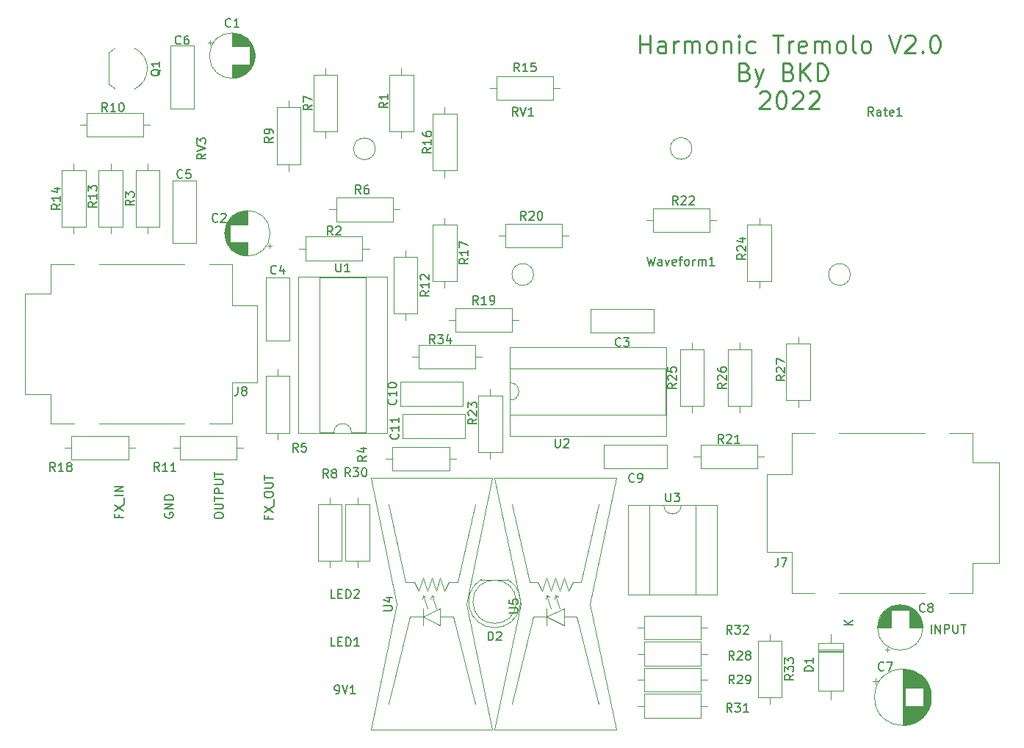
<source format=gbr>
%TF.GenerationSoftware,KiCad,Pcbnew,(6.0.5)*%
%TF.CreationDate,2022-05-28T17:09:23-07:00*%
%TF.ProjectId,HT_1590BB,48545f31-3539-4304-9242-2e6b69636164,rev?*%
%TF.SameCoordinates,Original*%
%TF.FileFunction,Legend,Top*%
%TF.FilePolarity,Positive*%
%FSLAX46Y46*%
G04 Gerber Fmt 4.6, Leading zero omitted, Abs format (unit mm)*
G04 Created by KiCad (PCBNEW (6.0.5)) date 2022-05-28 17:09:23*
%MOMM*%
%LPD*%
G01*
G04 APERTURE LIST*
%ADD10C,0.250000*%
%ADD11C,0.150000*%
%ADD12C,0.120000*%
G04 APERTURE END LIST*
D10*
X158761904Y-54184761D02*
X158761904Y-52184761D01*
X158761904Y-53137142D02*
X159904761Y-53137142D01*
X159904761Y-54184761D02*
X159904761Y-52184761D01*
X161714285Y-54184761D02*
X161714285Y-53137142D01*
X161619047Y-52946666D01*
X161428571Y-52851428D01*
X161047619Y-52851428D01*
X160857142Y-52946666D01*
X161714285Y-54089523D02*
X161523809Y-54184761D01*
X161047619Y-54184761D01*
X160857142Y-54089523D01*
X160761904Y-53899047D01*
X160761904Y-53708571D01*
X160857142Y-53518095D01*
X161047619Y-53422857D01*
X161523809Y-53422857D01*
X161714285Y-53327619D01*
X162666666Y-54184761D02*
X162666666Y-52851428D01*
X162666666Y-53232380D02*
X162761904Y-53041904D01*
X162857142Y-52946666D01*
X163047619Y-52851428D01*
X163238095Y-52851428D01*
X163904761Y-54184761D02*
X163904761Y-52851428D01*
X163904761Y-53041904D02*
X164000000Y-52946666D01*
X164190476Y-52851428D01*
X164476190Y-52851428D01*
X164666666Y-52946666D01*
X164761904Y-53137142D01*
X164761904Y-54184761D01*
X164761904Y-53137142D02*
X164857142Y-52946666D01*
X165047619Y-52851428D01*
X165333333Y-52851428D01*
X165523809Y-52946666D01*
X165619047Y-53137142D01*
X165619047Y-54184761D01*
X166857142Y-54184761D02*
X166666666Y-54089523D01*
X166571428Y-53994285D01*
X166476190Y-53803809D01*
X166476190Y-53232380D01*
X166571428Y-53041904D01*
X166666666Y-52946666D01*
X166857142Y-52851428D01*
X167142857Y-52851428D01*
X167333333Y-52946666D01*
X167428571Y-53041904D01*
X167523809Y-53232380D01*
X167523809Y-53803809D01*
X167428571Y-53994285D01*
X167333333Y-54089523D01*
X167142857Y-54184761D01*
X166857142Y-54184761D01*
X168380952Y-52851428D02*
X168380952Y-54184761D01*
X168380952Y-53041904D02*
X168476190Y-52946666D01*
X168666666Y-52851428D01*
X168952380Y-52851428D01*
X169142857Y-52946666D01*
X169238095Y-53137142D01*
X169238095Y-54184761D01*
X170190476Y-54184761D02*
X170190476Y-52851428D01*
X170190476Y-52184761D02*
X170095238Y-52280000D01*
X170190476Y-52375238D01*
X170285714Y-52280000D01*
X170190476Y-52184761D01*
X170190476Y-52375238D01*
X172000000Y-54089523D02*
X171809523Y-54184761D01*
X171428571Y-54184761D01*
X171238095Y-54089523D01*
X171142857Y-53994285D01*
X171047619Y-53803809D01*
X171047619Y-53232380D01*
X171142857Y-53041904D01*
X171238095Y-52946666D01*
X171428571Y-52851428D01*
X171809523Y-52851428D01*
X172000000Y-52946666D01*
X174095238Y-52184761D02*
X175238095Y-52184761D01*
X174666666Y-54184761D02*
X174666666Y-52184761D01*
X175904761Y-54184761D02*
X175904761Y-52851428D01*
X175904761Y-53232380D02*
X176000000Y-53041904D01*
X176095238Y-52946666D01*
X176285714Y-52851428D01*
X176476190Y-52851428D01*
X177904761Y-54089523D02*
X177714285Y-54184761D01*
X177333333Y-54184761D01*
X177142857Y-54089523D01*
X177047619Y-53899047D01*
X177047619Y-53137142D01*
X177142857Y-52946666D01*
X177333333Y-52851428D01*
X177714285Y-52851428D01*
X177904761Y-52946666D01*
X178000000Y-53137142D01*
X178000000Y-53327619D01*
X177047619Y-53518095D01*
X178857142Y-54184761D02*
X178857142Y-52851428D01*
X178857142Y-53041904D02*
X178952380Y-52946666D01*
X179142857Y-52851428D01*
X179428571Y-52851428D01*
X179619047Y-52946666D01*
X179714285Y-53137142D01*
X179714285Y-54184761D01*
X179714285Y-53137142D02*
X179809523Y-52946666D01*
X180000000Y-52851428D01*
X180285714Y-52851428D01*
X180476190Y-52946666D01*
X180571428Y-53137142D01*
X180571428Y-54184761D01*
X181809523Y-54184761D02*
X181619047Y-54089523D01*
X181523809Y-53994285D01*
X181428571Y-53803809D01*
X181428571Y-53232380D01*
X181523809Y-53041904D01*
X181619047Y-52946666D01*
X181809523Y-52851428D01*
X182095238Y-52851428D01*
X182285714Y-52946666D01*
X182380952Y-53041904D01*
X182476190Y-53232380D01*
X182476190Y-53803809D01*
X182380952Y-53994285D01*
X182285714Y-54089523D01*
X182095238Y-54184761D01*
X181809523Y-54184761D01*
X183619047Y-54184761D02*
X183428571Y-54089523D01*
X183333333Y-53899047D01*
X183333333Y-52184761D01*
X184666666Y-54184761D02*
X184476190Y-54089523D01*
X184380952Y-53994285D01*
X184285714Y-53803809D01*
X184285714Y-53232380D01*
X184380952Y-53041904D01*
X184476190Y-52946666D01*
X184666666Y-52851428D01*
X184952380Y-52851428D01*
X185142857Y-52946666D01*
X185238095Y-53041904D01*
X185333333Y-53232380D01*
X185333333Y-53803809D01*
X185238095Y-53994285D01*
X185142857Y-54089523D01*
X184952380Y-54184761D01*
X184666666Y-54184761D01*
X187428571Y-52184761D02*
X188095238Y-54184761D01*
X188761904Y-52184761D01*
X189333333Y-52375238D02*
X189428571Y-52280000D01*
X189619047Y-52184761D01*
X190095238Y-52184761D01*
X190285714Y-52280000D01*
X190380952Y-52375238D01*
X190476190Y-52565714D01*
X190476190Y-52756190D01*
X190380952Y-53041904D01*
X189238095Y-54184761D01*
X190476190Y-54184761D01*
X191333333Y-53994285D02*
X191428571Y-54089523D01*
X191333333Y-54184761D01*
X191238095Y-54089523D01*
X191333333Y-53994285D01*
X191333333Y-54184761D01*
X192666666Y-52184761D02*
X192857142Y-52184761D01*
X193047619Y-52280000D01*
X193142857Y-52375238D01*
X193238095Y-52565714D01*
X193333333Y-52946666D01*
X193333333Y-53422857D01*
X193238095Y-53803809D01*
X193142857Y-53994285D01*
X193047619Y-54089523D01*
X192857142Y-54184761D01*
X192666666Y-54184761D01*
X192476190Y-54089523D01*
X192380952Y-53994285D01*
X192285714Y-53803809D01*
X192190476Y-53422857D01*
X192190476Y-52946666D01*
X192285714Y-52565714D01*
X192380952Y-52375238D01*
X192476190Y-52280000D01*
X192666666Y-52184761D01*
X170857142Y-56357142D02*
X171142857Y-56452380D01*
X171238095Y-56547619D01*
X171333333Y-56738095D01*
X171333333Y-57023809D01*
X171238095Y-57214285D01*
X171142857Y-57309523D01*
X170952380Y-57404761D01*
X170190476Y-57404761D01*
X170190476Y-55404761D01*
X170857142Y-55404761D01*
X171047619Y-55500000D01*
X171142857Y-55595238D01*
X171238095Y-55785714D01*
X171238095Y-55976190D01*
X171142857Y-56166666D01*
X171047619Y-56261904D01*
X170857142Y-56357142D01*
X170190476Y-56357142D01*
X172000000Y-56071428D02*
X172476190Y-57404761D01*
X172952380Y-56071428D02*
X172476190Y-57404761D01*
X172285714Y-57880952D01*
X172190476Y-57976190D01*
X172000000Y-58071428D01*
X175904761Y-56357142D02*
X176190476Y-56452380D01*
X176285714Y-56547619D01*
X176380952Y-56738095D01*
X176380952Y-57023809D01*
X176285714Y-57214285D01*
X176190476Y-57309523D01*
X176000000Y-57404761D01*
X175238095Y-57404761D01*
X175238095Y-55404761D01*
X175904761Y-55404761D01*
X176095238Y-55500000D01*
X176190476Y-55595238D01*
X176285714Y-55785714D01*
X176285714Y-55976190D01*
X176190476Y-56166666D01*
X176095238Y-56261904D01*
X175904761Y-56357142D01*
X175238095Y-56357142D01*
X177238095Y-57404761D02*
X177238095Y-55404761D01*
X178380952Y-57404761D02*
X177523809Y-56261904D01*
X178380952Y-55404761D02*
X177238095Y-56547619D01*
X179238095Y-57404761D02*
X179238095Y-55404761D01*
X179714285Y-55404761D01*
X180000000Y-55500000D01*
X180190476Y-55690476D01*
X180285714Y-55880952D01*
X180380952Y-56261904D01*
X180380952Y-56547619D01*
X180285714Y-56928571D01*
X180190476Y-57119047D01*
X180000000Y-57309523D01*
X179714285Y-57404761D01*
X179238095Y-57404761D01*
X172571428Y-58815238D02*
X172666666Y-58720000D01*
X172857142Y-58624761D01*
X173333333Y-58624761D01*
X173523809Y-58720000D01*
X173619047Y-58815238D01*
X173714285Y-59005714D01*
X173714285Y-59196190D01*
X173619047Y-59481904D01*
X172476190Y-60624761D01*
X173714285Y-60624761D01*
X174952380Y-58624761D02*
X175142857Y-58624761D01*
X175333333Y-58720000D01*
X175428571Y-58815238D01*
X175523809Y-59005714D01*
X175619047Y-59386666D01*
X175619047Y-59862857D01*
X175523809Y-60243809D01*
X175428571Y-60434285D01*
X175333333Y-60529523D01*
X175142857Y-60624761D01*
X174952380Y-60624761D01*
X174761904Y-60529523D01*
X174666666Y-60434285D01*
X174571428Y-60243809D01*
X174476190Y-59862857D01*
X174476190Y-59386666D01*
X174571428Y-59005714D01*
X174666666Y-58815238D01*
X174761904Y-58720000D01*
X174952380Y-58624761D01*
X176380952Y-58815238D02*
X176476190Y-58720000D01*
X176666666Y-58624761D01*
X177142857Y-58624761D01*
X177333333Y-58720000D01*
X177428571Y-58815238D01*
X177523809Y-59005714D01*
X177523809Y-59196190D01*
X177428571Y-59481904D01*
X176285714Y-60624761D01*
X177523809Y-60624761D01*
X178285714Y-58815238D02*
X178380952Y-58720000D01*
X178571428Y-58624761D01*
X179047619Y-58624761D01*
X179238095Y-58720000D01*
X179333333Y-58815238D01*
X179428571Y-59005714D01*
X179428571Y-59196190D01*
X179333333Y-59481904D01*
X178190476Y-60624761D01*
X179428571Y-60624761D01*
D11*
%TO.C,RV1*%
X144654761Y-61452380D02*
X144321428Y-60976190D01*
X144083333Y-61452380D02*
X144083333Y-60452380D01*
X144464285Y-60452380D01*
X144559523Y-60500000D01*
X144607142Y-60547619D01*
X144654761Y-60642857D01*
X144654761Y-60785714D01*
X144607142Y-60880952D01*
X144559523Y-60928571D01*
X144464285Y-60976190D01*
X144083333Y-60976190D01*
X144940476Y-60452380D02*
X145273809Y-61452380D01*
X145607142Y-60452380D01*
X146464285Y-61452380D02*
X145892857Y-61452380D01*
X146178571Y-61452380D02*
X146178571Y-60452380D01*
X146083333Y-60595238D01*
X145988095Y-60690476D01*
X145892857Y-60738095D01*
%TO.C,RV3*%
X108702380Y-65845238D02*
X108226190Y-66178571D01*
X108702380Y-66416666D02*
X107702380Y-66416666D01*
X107702380Y-66035714D01*
X107750000Y-65940476D01*
X107797619Y-65892857D01*
X107892857Y-65845238D01*
X108035714Y-65845238D01*
X108130952Y-65892857D01*
X108178571Y-65940476D01*
X108226190Y-66035714D01*
X108226190Y-66416666D01*
X107702380Y-65559523D02*
X108702380Y-65226190D01*
X107702380Y-64892857D01*
X107702380Y-64654761D02*
X107702380Y-64035714D01*
X108083333Y-64369047D01*
X108083333Y-64226190D01*
X108130952Y-64130952D01*
X108178571Y-64083333D01*
X108273809Y-64035714D01*
X108511904Y-64035714D01*
X108607142Y-64083333D01*
X108654761Y-64130952D01*
X108702380Y-64226190D01*
X108702380Y-64511904D01*
X108654761Y-64607142D01*
X108607142Y-64654761D01*
%TO.C,Waveform1*%
X159619047Y-77702380D02*
X159857142Y-78702380D01*
X160047619Y-77988095D01*
X160238095Y-78702380D01*
X160476190Y-77702380D01*
X161285714Y-78702380D02*
X161285714Y-78178571D01*
X161238095Y-78083333D01*
X161142857Y-78035714D01*
X160952380Y-78035714D01*
X160857142Y-78083333D01*
X161285714Y-78654761D02*
X161190476Y-78702380D01*
X160952380Y-78702380D01*
X160857142Y-78654761D01*
X160809523Y-78559523D01*
X160809523Y-78464285D01*
X160857142Y-78369047D01*
X160952380Y-78321428D01*
X161190476Y-78321428D01*
X161285714Y-78273809D01*
X161666666Y-78035714D02*
X161904761Y-78702380D01*
X162142857Y-78035714D01*
X162904761Y-78654761D02*
X162809523Y-78702380D01*
X162619047Y-78702380D01*
X162523809Y-78654761D01*
X162476190Y-78559523D01*
X162476190Y-78178571D01*
X162523809Y-78083333D01*
X162619047Y-78035714D01*
X162809523Y-78035714D01*
X162904761Y-78083333D01*
X162952380Y-78178571D01*
X162952380Y-78273809D01*
X162476190Y-78369047D01*
X163238095Y-78035714D02*
X163619047Y-78035714D01*
X163380952Y-78702380D02*
X163380952Y-77845238D01*
X163428571Y-77750000D01*
X163523809Y-77702380D01*
X163619047Y-77702380D01*
X164095238Y-78702380D02*
X164000000Y-78654761D01*
X163952380Y-78607142D01*
X163904761Y-78511904D01*
X163904761Y-78226190D01*
X163952380Y-78130952D01*
X164000000Y-78083333D01*
X164095238Y-78035714D01*
X164238095Y-78035714D01*
X164333333Y-78083333D01*
X164380952Y-78130952D01*
X164428571Y-78226190D01*
X164428571Y-78511904D01*
X164380952Y-78607142D01*
X164333333Y-78654761D01*
X164238095Y-78702380D01*
X164095238Y-78702380D01*
X164857142Y-78702380D02*
X164857142Y-78035714D01*
X164857142Y-78226190D02*
X164904761Y-78130952D01*
X164952380Y-78083333D01*
X165047619Y-78035714D01*
X165142857Y-78035714D01*
X165476190Y-78702380D02*
X165476190Y-78035714D01*
X165476190Y-78130952D02*
X165523809Y-78083333D01*
X165619047Y-78035714D01*
X165761904Y-78035714D01*
X165857142Y-78083333D01*
X165904761Y-78178571D01*
X165904761Y-78702380D01*
X165904761Y-78178571D02*
X165952380Y-78083333D01*
X166047619Y-78035714D01*
X166190476Y-78035714D01*
X166285714Y-78083333D01*
X166333333Y-78178571D01*
X166333333Y-78702380D01*
X167333333Y-78702380D02*
X166761904Y-78702380D01*
X167047619Y-78702380D02*
X167047619Y-77702380D01*
X166952380Y-77845238D01*
X166857142Y-77940476D01*
X166761904Y-77988095D01*
%TO.C,Rate1*%
X185666666Y-61452380D02*
X185333333Y-60976190D01*
X185095238Y-61452380D02*
X185095238Y-60452380D01*
X185476190Y-60452380D01*
X185571428Y-60500000D01*
X185619047Y-60547619D01*
X185666666Y-60642857D01*
X185666666Y-60785714D01*
X185619047Y-60880952D01*
X185571428Y-60928571D01*
X185476190Y-60976190D01*
X185095238Y-60976190D01*
X186523809Y-61452380D02*
X186523809Y-60928571D01*
X186476190Y-60833333D01*
X186380952Y-60785714D01*
X186190476Y-60785714D01*
X186095238Y-60833333D01*
X186523809Y-61404761D02*
X186428571Y-61452380D01*
X186190476Y-61452380D01*
X186095238Y-61404761D01*
X186047619Y-61309523D01*
X186047619Y-61214285D01*
X186095238Y-61119047D01*
X186190476Y-61071428D01*
X186428571Y-61071428D01*
X186523809Y-61023809D01*
X186857142Y-60785714D02*
X187238095Y-60785714D01*
X187000000Y-60452380D02*
X187000000Y-61309523D01*
X187047619Y-61404761D01*
X187142857Y-61452380D01*
X187238095Y-61452380D01*
X187952380Y-61404761D02*
X187857142Y-61452380D01*
X187666666Y-61452380D01*
X187571428Y-61404761D01*
X187523809Y-61309523D01*
X187523809Y-60928571D01*
X187571428Y-60833333D01*
X187666666Y-60785714D01*
X187857142Y-60785714D01*
X187952380Y-60833333D01*
X188000000Y-60928571D01*
X188000000Y-61023809D01*
X187523809Y-61119047D01*
X188952380Y-61452380D02*
X188380952Y-61452380D01*
X188666666Y-61452380D02*
X188666666Y-60452380D01*
X188571428Y-60595238D01*
X188476190Y-60690476D01*
X188380952Y-60738095D01*
%TO.C,LED1*%
X123630952Y-122622380D02*
X123154761Y-122622380D01*
X123154761Y-121622380D01*
X123964285Y-122098571D02*
X124297619Y-122098571D01*
X124440476Y-122622380D02*
X123964285Y-122622380D01*
X123964285Y-121622380D01*
X124440476Y-121622380D01*
X124869047Y-122622380D02*
X124869047Y-121622380D01*
X125107142Y-121622380D01*
X125250000Y-121670000D01*
X125345238Y-121765238D01*
X125392857Y-121860476D01*
X125440476Y-122050952D01*
X125440476Y-122193809D01*
X125392857Y-122384285D01*
X125345238Y-122479523D01*
X125250000Y-122574761D01*
X125107142Y-122622380D01*
X124869047Y-122622380D01*
X126392857Y-122622380D02*
X125821428Y-122622380D01*
X126107142Y-122622380D02*
X126107142Y-121622380D01*
X126011904Y-121765238D01*
X125916666Y-121860476D01*
X125821428Y-121908095D01*
%TO.C,LED2*%
X123630952Y-117072380D02*
X123154761Y-117072380D01*
X123154761Y-116072380D01*
X123964285Y-116548571D02*
X124297619Y-116548571D01*
X124440476Y-117072380D02*
X123964285Y-117072380D01*
X123964285Y-116072380D01*
X124440476Y-116072380D01*
X124869047Y-117072380D02*
X124869047Y-116072380D01*
X125107142Y-116072380D01*
X125250000Y-116120000D01*
X125345238Y-116215238D01*
X125392857Y-116310476D01*
X125440476Y-116500952D01*
X125440476Y-116643809D01*
X125392857Y-116834285D01*
X125345238Y-116929523D01*
X125250000Y-117024761D01*
X125107142Y-117072380D01*
X124869047Y-117072380D01*
X125821428Y-116167619D02*
X125869047Y-116120000D01*
X125964285Y-116072380D01*
X126202380Y-116072380D01*
X126297619Y-116120000D01*
X126345238Y-116167619D01*
X126392857Y-116262857D01*
X126392857Y-116358095D01*
X126345238Y-116500952D01*
X125773809Y-117072380D01*
X126392857Y-117072380D01*
%TO.C,C9*%
X158083333Y-103607142D02*
X158035714Y-103654761D01*
X157892857Y-103702380D01*
X157797619Y-103702380D01*
X157654761Y-103654761D01*
X157559523Y-103559523D01*
X157511904Y-103464285D01*
X157464285Y-103273809D01*
X157464285Y-103130952D01*
X157511904Y-102940476D01*
X157559523Y-102845238D01*
X157654761Y-102750000D01*
X157797619Y-102702380D01*
X157892857Y-102702380D01*
X158035714Y-102750000D01*
X158083333Y-102797619D01*
X158559523Y-103702380D02*
X158750000Y-103702380D01*
X158845238Y-103654761D01*
X158892857Y-103607142D01*
X158988095Y-103464285D01*
X159035714Y-103273809D01*
X159035714Y-102892857D01*
X158988095Y-102797619D01*
X158940476Y-102750000D01*
X158845238Y-102702380D01*
X158654761Y-102702380D01*
X158559523Y-102750000D01*
X158511904Y-102797619D01*
X158464285Y-102892857D01*
X158464285Y-103130952D01*
X158511904Y-103226190D01*
X158559523Y-103273809D01*
X158654761Y-103321428D01*
X158845238Y-103321428D01*
X158940476Y-103273809D01*
X158988095Y-103226190D01*
X159035714Y-103130952D01*
%TO.C,U3*%
X161738095Y-104952380D02*
X161738095Y-105761904D01*
X161785714Y-105857142D01*
X161833333Y-105904761D01*
X161928571Y-105952380D01*
X162119047Y-105952380D01*
X162214285Y-105904761D01*
X162261904Y-105857142D01*
X162309523Y-105761904D01*
X162309523Y-104952380D01*
X162690476Y-104952380D02*
X163309523Y-104952380D01*
X162976190Y-105333333D01*
X163119047Y-105333333D01*
X163214285Y-105380952D01*
X163261904Y-105428571D01*
X163309523Y-105523809D01*
X163309523Y-105761904D01*
X163261904Y-105857142D01*
X163214285Y-105904761D01*
X163119047Y-105952380D01*
X162833333Y-105952380D01*
X162738095Y-105904761D01*
X162690476Y-105857142D01*
%TO.C,U1*%
X123728095Y-78452380D02*
X123728095Y-79261904D01*
X123775714Y-79357142D01*
X123823333Y-79404761D01*
X123918571Y-79452380D01*
X124109047Y-79452380D01*
X124204285Y-79404761D01*
X124251904Y-79357142D01*
X124299523Y-79261904D01*
X124299523Y-78452380D01*
X125299523Y-79452380D02*
X124728095Y-79452380D01*
X125013809Y-79452380D02*
X125013809Y-78452380D01*
X124918571Y-78595238D01*
X124823333Y-78690476D01*
X124728095Y-78738095D01*
%TO.C,R19*%
X140107142Y-83202380D02*
X139773809Y-82726190D01*
X139535714Y-83202380D02*
X139535714Y-82202380D01*
X139916666Y-82202380D01*
X140011904Y-82250000D01*
X140059523Y-82297619D01*
X140107142Y-82392857D01*
X140107142Y-82535714D01*
X140059523Y-82630952D01*
X140011904Y-82678571D01*
X139916666Y-82726190D01*
X139535714Y-82726190D01*
X141059523Y-83202380D02*
X140488095Y-83202380D01*
X140773809Y-83202380D02*
X140773809Y-82202380D01*
X140678571Y-82345238D01*
X140583333Y-82440476D01*
X140488095Y-82488095D01*
X141535714Y-83202380D02*
X141726190Y-83202380D01*
X141821428Y-83154761D01*
X141869047Y-83107142D01*
X141964285Y-82964285D01*
X142011904Y-82773809D01*
X142011904Y-82392857D01*
X141964285Y-82297619D01*
X141916666Y-82250000D01*
X141821428Y-82202380D01*
X141630952Y-82202380D01*
X141535714Y-82250000D01*
X141488095Y-82297619D01*
X141440476Y-82392857D01*
X141440476Y-82630952D01*
X141488095Y-82726190D01*
X141535714Y-82773809D01*
X141630952Y-82821428D01*
X141821428Y-82821428D01*
X141916666Y-82773809D01*
X141964285Y-82726190D01*
X142011904Y-82630952D01*
%TO.C,R12*%
X134452380Y-81642857D02*
X133976190Y-81976190D01*
X134452380Y-82214285D02*
X133452380Y-82214285D01*
X133452380Y-81833333D01*
X133500000Y-81738095D01*
X133547619Y-81690476D01*
X133642857Y-81642857D01*
X133785714Y-81642857D01*
X133880952Y-81690476D01*
X133928571Y-81738095D01*
X133976190Y-81833333D01*
X133976190Y-82214285D01*
X134452380Y-80690476D02*
X134452380Y-81261904D01*
X134452380Y-80976190D02*
X133452380Y-80976190D01*
X133595238Y-81071428D01*
X133690476Y-81166666D01*
X133738095Y-81261904D01*
X133547619Y-80309523D02*
X133500000Y-80261904D01*
X133452380Y-80166666D01*
X133452380Y-79928571D01*
X133500000Y-79833333D01*
X133547619Y-79785714D01*
X133642857Y-79738095D01*
X133738095Y-79738095D01*
X133880952Y-79785714D01*
X134452380Y-80357142D01*
X134452380Y-79738095D01*
%TO.C,C11*%
X130857142Y-98142857D02*
X130904761Y-98190476D01*
X130952380Y-98333333D01*
X130952380Y-98428571D01*
X130904761Y-98571428D01*
X130809523Y-98666666D01*
X130714285Y-98714285D01*
X130523809Y-98761904D01*
X130380952Y-98761904D01*
X130190476Y-98714285D01*
X130095238Y-98666666D01*
X130000000Y-98571428D01*
X129952380Y-98428571D01*
X129952380Y-98333333D01*
X130000000Y-98190476D01*
X130047619Y-98142857D01*
X130952380Y-97190476D02*
X130952380Y-97761904D01*
X130952380Y-97476190D02*
X129952380Y-97476190D01*
X130095238Y-97571428D01*
X130190476Y-97666666D01*
X130238095Y-97761904D01*
X130952380Y-96238095D02*
X130952380Y-96809523D01*
X130952380Y-96523809D02*
X129952380Y-96523809D01*
X130095238Y-96619047D01*
X130190476Y-96714285D01*
X130238095Y-96809523D01*
%TO.C,C10*%
X130607142Y-94142857D02*
X130654761Y-94190476D01*
X130702380Y-94333333D01*
X130702380Y-94428571D01*
X130654761Y-94571428D01*
X130559523Y-94666666D01*
X130464285Y-94714285D01*
X130273809Y-94761904D01*
X130130952Y-94761904D01*
X129940476Y-94714285D01*
X129845238Y-94666666D01*
X129750000Y-94571428D01*
X129702380Y-94428571D01*
X129702380Y-94333333D01*
X129750000Y-94190476D01*
X129797619Y-94142857D01*
X130702380Y-93190476D02*
X130702380Y-93761904D01*
X130702380Y-93476190D02*
X129702380Y-93476190D01*
X129845238Y-93571428D01*
X129940476Y-93666666D01*
X129988095Y-93761904D01*
X129702380Y-92571428D02*
X129702380Y-92476190D01*
X129750000Y-92380952D01*
X129797619Y-92333333D01*
X129892857Y-92285714D01*
X130083333Y-92238095D01*
X130321428Y-92238095D01*
X130511904Y-92285714D01*
X130607142Y-92333333D01*
X130654761Y-92380952D01*
X130702380Y-92476190D01*
X130702380Y-92571428D01*
X130654761Y-92666666D01*
X130607142Y-92714285D01*
X130511904Y-92761904D01*
X130321428Y-92809523D01*
X130083333Y-92809523D01*
X129892857Y-92761904D01*
X129797619Y-92714285D01*
X129750000Y-92666666D01*
X129702380Y-92571428D01*
%TO.C,R34*%
X135107142Y-87702380D02*
X134773809Y-87226190D01*
X134535714Y-87702380D02*
X134535714Y-86702380D01*
X134916666Y-86702380D01*
X135011904Y-86750000D01*
X135059523Y-86797619D01*
X135107142Y-86892857D01*
X135107142Y-87035714D01*
X135059523Y-87130952D01*
X135011904Y-87178571D01*
X134916666Y-87226190D01*
X134535714Y-87226190D01*
X135440476Y-86702380D02*
X136059523Y-86702380D01*
X135726190Y-87083333D01*
X135869047Y-87083333D01*
X135964285Y-87130952D01*
X136011904Y-87178571D01*
X136059523Y-87273809D01*
X136059523Y-87511904D01*
X136011904Y-87607142D01*
X135964285Y-87654761D01*
X135869047Y-87702380D01*
X135583333Y-87702380D01*
X135488095Y-87654761D01*
X135440476Y-87607142D01*
X136916666Y-87035714D02*
X136916666Y-87702380D01*
X136678571Y-86654761D02*
X136440476Y-87369047D01*
X137059523Y-87369047D01*
%TO.C,R10*%
X97357142Y-60952380D02*
X97023809Y-60476190D01*
X96785714Y-60952380D02*
X96785714Y-59952380D01*
X97166666Y-59952380D01*
X97261904Y-60000000D01*
X97309523Y-60047619D01*
X97357142Y-60142857D01*
X97357142Y-60285714D01*
X97309523Y-60380952D01*
X97261904Y-60428571D01*
X97166666Y-60476190D01*
X96785714Y-60476190D01*
X98309523Y-60952380D02*
X97738095Y-60952380D01*
X98023809Y-60952380D02*
X98023809Y-59952380D01*
X97928571Y-60095238D01*
X97833333Y-60190476D01*
X97738095Y-60238095D01*
X98928571Y-59952380D02*
X99023809Y-59952380D01*
X99119047Y-60000000D01*
X99166666Y-60047619D01*
X99214285Y-60142857D01*
X99261904Y-60333333D01*
X99261904Y-60571428D01*
X99214285Y-60761904D01*
X99166666Y-60857142D01*
X99119047Y-60904761D01*
X99023809Y-60952380D01*
X98928571Y-60952380D01*
X98833333Y-60904761D01*
X98785714Y-60857142D01*
X98738095Y-60761904D01*
X98690476Y-60571428D01*
X98690476Y-60333333D01*
X98738095Y-60142857D01*
X98785714Y-60047619D01*
X98833333Y-60000000D01*
X98928571Y-59952380D01*
%TO.C,OUTPUT*%
X109702380Y-107654761D02*
X109702380Y-107464285D01*
X109750000Y-107369047D01*
X109845238Y-107273809D01*
X110035714Y-107226190D01*
X110369047Y-107226190D01*
X110559523Y-107273809D01*
X110654761Y-107369047D01*
X110702380Y-107464285D01*
X110702380Y-107654761D01*
X110654761Y-107750000D01*
X110559523Y-107845238D01*
X110369047Y-107892857D01*
X110035714Y-107892857D01*
X109845238Y-107845238D01*
X109750000Y-107750000D01*
X109702380Y-107654761D01*
X109702380Y-106797619D02*
X110511904Y-106797619D01*
X110607142Y-106750000D01*
X110654761Y-106702380D01*
X110702380Y-106607142D01*
X110702380Y-106416666D01*
X110654761Y-106321428D01*
X110607142Y-106273809D01*
X110511904Y-106226190D01*
X109702380Y-106226190D01*
X109702380Y-105892857D02*
X109702380Y-105321428D01*
X110702380Y-105607142D02*
X109702380Y-105607142D01*
X110702380Y-104988095D02*
X109702380Y-104988095D01*
X109702380Y-104607142D01*
X109750000Y-104511904D01*
X109797619Y-104464285D01*
X109892857Y-104416666D01*
X110035714Y-104416666D01*
X110130952Y-104464285D01*
X110178571Y-104511904D01*
X110226190Y-104607142D01*
X110226190Y-104988095D01*
X109702380Y-103988095D02*
X110511904Y-103988095D01*
X110607142Y-103940476D01*
X110654761Y-103892857D01*
X110702380Y-103797619D01*
X110702380Y-103607142D01*
X110654761Y-103511904D01*
X110607142Y-103464285D01*
X110511904Y-103416666D01*
X109702380Y-103416666D01*
X109702380Y-103083333D02*
X109702380Y-102511904D01*
X110702380Y-102797619D02*
X109702380Y-102797619D01*
%TO.C,C8*%
X191583333Y-118607142D02*
X191535714Y-118654761D01*
X191392857Y-118702380D01*
X191297619Y-118702380D01*
X191154761Y-118654761D01*
X191059523Y-118559523D01*
X191011904Y-118464285D01*
X190964285Y-118273809D01*
X190964285Y-118130952D01*
X191011904Y-117940476D01*
X191059523Y-117845238D01*
X191154761Y-117750000D01*
X191297619Y-117702380D01*
X191392857Y-117702380D01*
X191535714Y-117750000D01*
X191583333Y-117797619D01*
X192154761Y-118130952D02*
X192059523Y-118083333D01*
X192011904Y-118035714D01*
X191964285Y-117940476D01*
X191964285Y-117892857D01*
X192011904Y-117797619D01*
X192059523Y-117750000D01*
X192154761Y-117702380D01*
X192345238Y-117702380D01*
X192440476Y-117750000D01*
X192488095Y-117797619D01*
X192535714Y-117892857D01*
X192535714Y-117940476D01*
X192488095Y-118035714D01*
X192440476Y-118083333D01*
X192345238Y-118130952D01*
X192154761Y-118130952D01*
X192059523Y-118178571D01*
X192011904Y-118226190D01*
X191964285Y-118321428D01*
X191964285Y-118511904D01*
X192011904Y-118607142D01*
X192059523Y-118654761D01*
X192154761Y-118702380D01*
X192345238Y-118702380D01*
X192440476Y-118654761D01*
X192488095Y-118607142D01*
X192535714Y-118511904D01*
X192535714Y-118321428D01*
X192488095Y-118226190D01*
X192440476Y-118178571D01*
X192345238Y-118130952D01*
%TO.C,R2*%
X123333333Y-75202380D02*
X123000000Y-74726190D01*
X122761904Y-75202380D02*
X122761904Y-74202380D01*
X123142857Y-74202380D01*
X123238095Y-74250000D01*
X123285714Y-74297619D01*
X123333333Y-74392857D01*
X123333333Y-74535714D01*
X123285714Y-74630952D01*
X123238095Y-74678571D01*
X123142857Y-74726190D01*
X122761904Y-74726190D01*
X123714285Y-74297619D02*
X123761904Y-74250000D01*
X123857142Y-74202380D01*
X124095238Y-74202380D01*
X124190476Y-74250000D01*
X124238095Y-74297619D01*
X124285714Y-74392857D01*
X124285714Y-74488095D01*
X124238095Y-74630952D01*
X123666666Y-75202380D01*
X124285714Y-75202380D01*
%TO.C,R8*%
X122833333Y-103202380D02*
X122500000Y-102726190D01*
X122261904Y-103202380D02*
X122261904Y-102202380D01*
X122642857Y-102202380D01*
X122738095Y-102250000D01*
X122785714Y-102297619D01*
X122833333Y-102392857D01*
X122833333Y-102535714D01*
X122785714Y-102630952D01*
X122738095Y-102678571D01*
X122642857Y-102726190D01*
X122261904Y-102726190D01*
X123404761Y-102630952D02*
X123309523Y-102583333D01*
X123261904Y-102535714D01*
X123214285Y-102440476D01*
X123214285Y-102392857D01*
X123261904Y-102297619D01*
X123309523Y-102250000D01*
X123404761Y-102202380D01*
X123595238Y-102202380D01*
X123690476Y-102250000D01*
X123738095Y-102297619D01*
X123785714Y-102392857D01*
X123785714Y-102440476D01*
X123738095Y-102535714D01*
X123690476Y-102583333D01*
X123595238Y-102630952D01*
X123404761Y-102630952D01*
X123309523Y-102678571D01*
X123261904Y-102726190D01*
X123214285Y-102821428D01*
X123214285Y-103011904D01*
X123261904Y-103107142D01*
X123309523Y-103154761D01*
X123404761Y-103202380D01*
X123595238Y-103202380D01*
X123690476Y-103154761D01*
X123738095Y-103107142D01*
X123785714Y-103011904D01*
X123785714Y-102821428D01*
X123738095Y-102726190D01*
X123690476Y-102678571D01*
X123595238Y-102630952D01*
%TO.C,C1*%
X111583333Y-51107142D02*
X111535714Y-51154761D01*
X111392857Y-51202380D01*
X111297619Y-51202380D01*
X111154761Y-51154761D01*
X111059523Y-51059523D01*
X111011904Y-50964285D01*
X110964285Y-50773809D01*
X110964285Y-50630952D01*
X111011904Y-50440476D01*
X111059523Y-50345238D01*
X111154761Y-50250000D01*
X111297619Y-50202380D01*
X111392857Y-50202380D01*
X111535714Y-50250000D01*
X111583333Y-50297619D01*
X112535714Y-51202380D02*
X111964285Y-51202380D01*
X112250000Y-51202380D02*
X112250000Y-50202380D01*
X112154761Y-50345238D01*
X112059523Y-50440476D01*
X111964285Y-50488095D01*
%TO.C,R21*%
X168357142Y-99202380D02*
X168023809Y-98726190D01*
X167785714Y-99202380D02*
X167785714Y-98202380D01*
X168166666Y-98202380D01*
X168261904Y-98250000D01*
X168309523Y-98297619D01*
X168357142Y-98392857D01*
X168357142Y-98535714D01*
X168309523Y-98630952D01*
X168261904Y-98678571D01*
X168166666Y-98726190D01*
X167785714Y-98726190D01*
X168738095Y-98297619D02*
X168785714Y-98250000D01*
X168880952Y-98202380D01*
X169119047Y-98202380D01*
X169214285Y-98250000D01*
X169261904Y-98297619D01*
X169309523Y-98392857D01*
X169309523Y-98488095D01*
X169261904Y-98630952D01*
X168690476Y-99202380D01*
X169309523Y-99202380D01*
X170261904Y-99202380D02*
X169690476Y-99202380D01*
X169976190Y-99202380D02*
X169976190Y-98202380D01*
X169880952Y-98345238D01*
X169785714Y-98440476D01*
X169690476Y-98488095D01*
%TO.C,C4*%
X116833333Y-79607142D02*
X116785714Y-79654761D01*
X116642857Y-79702380D01*
X116547619Y-79702380D01*
X116404761Y-79654761D01*
X116309523Y-79559523D01*
X116261904Y-79464285D01*
X116214285Y-79273809D01*
X116214285Y-79130952D01*
X116261904Y-78940476D01*
X116309523Y-78845238D01*
X116404761Y-78750000D01*
X116547619Y-78702380D01*
X116642857Y-78702380D01*
X116785714Y-78750000D01*
X116833333Y-78797619D01*
X117690476Y-79035714D02*
X117690476Y-79702380D01*
X117452380Y-78654761D02*
X117214285Y-79369047D01*
X117833333Y-79369047D01*
%TO.C,J8*%
X112416666Y-92702380D02*
X112416666Y-93416666D01*
X112369047Y-93559523D01*
X112273809Y-93654761D01*
X112130952Y-93702380D01*
X112035714Y-93702380D01*
X113035714Y-93130952D02*
X112940476Y-93083333D01*
X112892857Y-93035714D01*
X112845238Y-92940476D01*
X112845238Y-92892857D01*
X112892857Y-92797619D01*
X112940476Y-92750000D01*
X113035714Y-92702380D01*
X113226190Y-92702380D01*
X113321428Y-92750000D01*
X113369047Y-92797619D01*
X113416666Y-92892857D01*
X113416666Y-92940476D01*
X113369047Y-93035714D01*
X113321428Y-93083333D01*
X113226190Y-93130952D01*
X113035714Y-93130952D01*
X112940476Y-93178571D01*
X112892857Y-93226190D01*
X112845238Y-93321428D01*
X112845238Y-93511904D01*
X112892857Y-93607142D01*
X112940476Y-93654761D01*
X113035714Y-93702380D01*
X113226190Y-93702380D01*
X113321428Y-93654761D01*
X113369047Y-93607142D01*
X113416666Y-93511904D01*
X113416666Y-93321428D01*
X113369047Y-93226190D01*
X113321428Y-93178571D01*
X113226190Y-93130952D01*
%TO.C,R20*%
X145607142Y-73452380D02*
X145273809Y-72976190D01*
X145035714Y-73452380D02*
X145035714Y-72452380D01*
X145416666Y-72452380D01*
X145511904Y-72500000D01*
X145559523Y-72547619D01*
X145607142Y-72642857D01*
X145607142Y-72785714D01*
X145559523Y-72880952D01*
X145511904Y-72928571D01*
X145416666Y-72976190D01*
X145035714Y-72976190D01*
X145988095Y-72547619D02*
X146035714Y-72500000D01*
X146130952Y-72452380D01*
X146369047Y-72452380D01*
X146464285Y-72500000D01*
X146511904Y-72547619D01*
X146559523Y-72642857D01*
X146559523Y-72738095D01*
X146511904Y-72880952D01*
X145940476Y-73452380D01*
X146559523Y-73452380D01*
X147178571Y-72452380D02*
X147273809Y-72452380D01*
X147369047Y-72500000D01*
X147416666Y-72547619D01*
X147464285Y-72642857D01*
X147511904Y-72833333D01*
X147511904Y-73071428D01*
X147464285Y-73261904D01*
X147416666Y-73357142D01*
X147369047Y-73404761D01*
X147273809Y-73452380D01*
X147178571Y-73452380D01*
X147083333Y-73404761D01*
X147035714Y-73357142D01*
X146988095Y-73261904D01*
X146940476Y-73071428D01*
X146940476Y-72833333D01*
X146988095Y-72642857D01*
X147035714Y-72547619D01*
X147083333Y-72500000D01*
X147178571Y-72452380D01*
%TO.C,Q1*%
X103497619Y-56095238D02*
X103450000Y-56190476D01*
X103354761Y-56285714D01*
X103211904Y-56428571D01*
X103164285Y-56523809D01*
X103164285Y-56619047D01*
X103402380Y-56571428D02*
X103354761Y-56666666D01*
X103259523Y-56761904D01*
X103069047Y-56809523D01*
X102735714Y-56809523D01*
X102545238Y-56761904D01*
X102450000Y-56666666D01*
X102402380Y-56571428D01*
X102402380Y-56380952D01*
X102450000Y-56285714D01*
X102545238Y-56190476D01*
X102735714Y-56142857D01*
X103069047Y-56142857D01*
X103259523Y-56190476D01*
X103354761Y-56285714D01*
X103402380Y-56380952D01*
X103402380Y-56571428D01*
X103402380Y-55190476D02*
X103402380Y-55761904D01*
X103402380Y-55476190D02*
X102402380Y-55476190D01*
X102545238Y-55571428D01*
X102640476Y-55666666D01*
X102688095Y-55761904D01*
%TO.C,U4*%
X129202380Y-118511904D02*
X130011904Y-118511904D01*
X130107142Y-118464285D01*
X130154761Y-118416666D01*
X130202380Y-118321428D01*
X130202380Y-118130952D01*
X130154761Y-118035714D01*
X130107142Y-117988095D01*
X130011904Y-117940476D01*
X129202380Y-117940476D01*
X129535714Y-117035714D02*
X130202380Y-117035714D01*
X129154761Y-117273809D02*
X129869047Y-117511904D01*
X129869047Y-116892857D01*
%TO.C,R25*%
X162952380Y-92312857D02*
X162476190Y-92646190D01*
X162952380Y-92884285D02*
X161952380Y-92884285D01*
X161952380Y-92503333D01*
X162000000Y-92408095D01*
X162047619Y-92360476D01*
X162142857Y-92312857D01*
X162285714Y-92312857D01*
X162380952Y-92360476D01*
X162428571Y-92408095D01*
X162476190Y-92503333D01*
X162476190Y-92884285D01*
X162047619Y-91931904D02*
X162000000Y-91884285D01*
X161952380Y-91789047D01*
X161952380Y-91550952D01*
X162000000Y-91455714D01*
X162047619Y-91408095D01*
X162142857Y-91360476D01*
X162238095Y-91360476D01*
X162380952Y-91408095D01*
X162952380Y-91979523D01*
X162952380Y-91360476D01*
X161952380Y-90455714D02*
X161952380Y-90931904D01*
X162428571Y-90979523D01*
X162380952Y-90931904D01*
X162333333Y-90836666D01*
X162333333Y-90598571D01*
X162380952Y-90503333D01*
X162428571Y-90455714D01*
X162523809Y-90408095D01*
X162761904Y-90408095D01*
X162857142Y-90455714D01*
X162904761Y-90503333D01*
X162952380Y-90598571D01*
X162952380Y-90836666D01*
X162904761Y-90931904D01*
X162857142Y-90979523D01*
%TO.C,R29*%
X169607142Y-126952380D02*
X169273809Y-126476190D01*
X169035714Y-126952380D02*
X169035714Y-125952380D01*
X169416666Y-125952380D01*
X169511904Y-126000000D01*
X169559523Y-126047619D01*
X169607142Y-126142857D01*
X169607142Y-126285714D01*
X169559523Y-126380952D01*
X169511904Y-126428571D01*
X169416666Y-126476190D01*
X169035714Y-126476190D01*
X169988095Y-126047619D02*
X170035714Y-126000000D01*
X170130952Y-125952380D01*
X170369047Y-125952380D01*
X170464285Y-126000000D01*
X170511904Y-126047619D01*
X170559523Y-126142857D01*
X170559523Y-126238095D01*
X170511904Y-126380952D01*
X169940476Y-126952380D01*
X170559523Y-126952380D01*
X171035714Y-126952380D02*
X171226190Y-126952380D01*
X171321428Y-126904761D01*
X171369047Y-126857142D01*
X171464285Y-126714285D01*
X171511904Y-126523809D01*
X171511904Y-126142857D01*
X171464285Y-126047619D01*
X171416666Y-126000000D01*
X171321428Y-125952380D01*
X171130952Y-125952380D01*
X171035714Y-126000000D01*
X170988095Y-126047619D01*
X170940476Y-126142857D01*
X170940476Y-126380952D01*
X170988095Y-126476190D01*
X171035714Y-126523809D01*
X171130952Y-126571428D01*
X171321428Y-126571428D01*
X171416666Y-126523809D01*
X171464285Y-126476190D01*
X171511904Y-126380952D01*
%TO.C,J7*%
X174666666Y-112452380D02*
X174666666Y-113166666D01*
X174619047Y-113309523D01*
X174523809Y-113404761D01*
X174380952Y-113452380D01*
X174285714Y-113452380D01*
X175047619Y-112452380D02*
X175714285Y-112452380D01*
X175285714Y-113452380D01*
%TO.C,R14*%
X91952380Y-71642857D02*
X91476190Y-71976190D01*
X91952380Y-72214285D02*
X90952380Y-72214285D01*
X90952380Y-71833333D01*
X91000000Y-71738095D01*
X91047619Y-71690476D01*
X91142857Y-71642857D01*
X91285714Y-71642857D01*
X91380952Y-71690476D01*
X91428571Y-71738095D01*
X91476190Y-71833333D01*
X91476190Y-72214285D01*
X91952380Y-70690476D02*
X91952380Y-71261904D01*
X91952380Y-70976190D02*
X90952380Y-70976190D01*
X91095238Y-71071428D01*
X91190476Y-71166666D01*
X91238095Y-71261904D01*
X91285714Y-69833333D02*
X91952380Y-69833333D01*
X90904761Y-70071428D02*
X91619047Y-70309523D01*
X91619047Y-69690476D01*
%TO.C,FX_OUT*%
X115928571Y-107642857D02*
X115928571Y-107976190D01*
X116452380Y-107976190D02*
X115452380Y-107976190D01*
X115452380Y-107500000D01*
X115452380Y-107214285D02*
X116452380Y-106547619D01*
X115452380Y-106547619D02*
X116452380Y-107214285D01*
X116547619Y-106404761D02*
X116547619Y-105642857D01*
X115452380Y-105214285D02*
X115452380Y-105023809D01*
X115500000Y-104928571D01*
X115595238Y-104833333D01*
X115785714Y-104785714D01*
X116119047Y-104785714D01*
X116309523Y-104833333D01*
X116404761Y-104928571D01*
X116452380Y-105023809D01*
X116452380Y-105214285D01*
X116404761Y-105309523D01*
X116309523Y-105404761D01*
X116119047Y-105452380D01*
X115785714Y-105452380D01*
X115595238Y-105404761D01*
X115500000Y-105309523D01*
X115452380Y-105214285D01*
X115452380Y-104357142D02*
X116261904Y-104357142D01*
X116357142Y-104309523D01*
X116404761Y-104261904D01*
X116452380Y-104166666D01*
X116452380Y-103976190D01*
X116404761Y-103880952D01*
X116357142Y-103833333D01*
X116261904Y-103785714D01*
X115452380Y-103785714D01*
X115452380Y-103452380D02*
X115452380Y-102880952D01*
X116452380Y-103166666D02*
X115452380Y-103166666D01*
%TO.C,U2*%
X148988095Y-98702380D02*
X148988095Y-99511904D01*
X149035714Y-99607142D01*
X149083333Y-99654761D01*
X149178571Y-99702380D01*
X149369047Y-99702380D01*
X149464285Y-99654761D01*
X149511904Y-99607142D01*
X149559523Y-99511904D01*
X149559523Y-98702380D01*
X149988095Y-98797619D02*
X150035714Y-98750000D01*
X150130952Y-98702380D01*
X150369047Y-98702380D01*
X150464285Y-98750000D01*
X150511904Y-98797619D01*
X150559523Y-98892857D01*
X150559523Y-98988095D01*
X150511904Y-99130952D01*
X149940476Y-99702380D01*
X150559523Y-99702380D01*
%TO.C,R26*%
X168702380Y-92312857D02*
X168226190Y-92646190D01*
X168702380Y-92884285D02*
X167702380Y-92884285D01*
X167702380Y-92503333D01*
X167750000Y-92408095D01*
X167797619Y-92360476D01*
X167892857Y-92312857D01*
X168035714Y-92312857D01*
X168130952Y-92360476D01*
X168178571Y-92408095D01*
X168226190Y-92503333D01*
X168226190Y-92884285D01*
X167797619Y-91931904D02*
X167750000Y-91884285D01*
X167702380Y-91789047D01*
X167702380Y-91550952D01*
X167750000Y-91455714D01*
X167797619Y-91408095D01*
X167892857Y-91360476D01*
X167988095Y-91360476D01*
X168130952Y-91408095D01*
X168702380Y-91979523D01*
X168702380Y-91360476D01*
X167702380Y-90503333D02*
X167702380Y-90693809D01*
X167750000Y-90789047D01*
X167797619Y-90836666D01*
X167940476Y-90931904D01*
X168130952Y-90979523D01*
X168511904Y-90979523D01*
X168607142Y-90931904D01*
X168654761Y-90884285D01*
X168702380Y-90789047D01*
X168702380Y-90598571D01*
X168654761Y-90503333D01*
X168607142Y-90455714D01*
X168511904Y-90408095D01*
X168273809Y-90408095D01*
X168178571Y-90455714D01*
X168130952Y-90503333D01*
X168083333Y-90598571D01*
X168083333Y-90789047D01*
X168130952Y-90884285D01*
X168178571Y-90931904D01*
X168273809Y-90979523D01*
%TO.C,C3*%
X156533333Y-87957142D02*
X156485714Y-88004761D01*
X156342857Y-88052380D01*
X156247619Y-88052380D01*
X156104761Y-88004761D01*
X156009523Y-87909523D01*
X155961904Y-87814285D01*
X155914285Y-87623809D01*
X155914285Y-87480952D01*
X155961904Y-87290476D01*
X156009523Y-87195238D01*
X156104761Y-87100000D01*
X156247619Y-87052380D01*
X156342857Y-87052380D01*
X156485714Y-87100000D01*
X156533333Y-87147619D01*
X156866666Y-87052380D02*
X157485714Y-87052380D01*
X157152380Y-87433333D01*
X157295238Y-87433333D01*
X157390476Y-87480952D01*
X157438095Y-87528571D01*
X157485714Y-87623809D01*
X157485714Y-87861904D01*
X157438095Y-87957142D01*
X157390476Y-88004761D01*
X157295238Y-88052380D01*
X157009523Y-88052380D01*
X156914285Y-88004761D01*
X156866666Y-87957142D01*
%TO.C,R6*%
X126583333Y-70452380D02*
X126250000Y-69976190D01*
X126011904Y-70452380D02*
X126011904Y-69452380D01*
X126392857Y-69452380D01*
X126488095Y-69500000D01*
X126535714Y-69547619D01*
X126583333Y-69642857D01*
X126583333Y-69785714D01*
X126535714Y-69880952D01*
X126488095Y-69928571D01*
X126392857Y-69976190D01*
X126011904Y-69976190D01*
X127440476Y-69452380D02*
X127250000Y-69452380D01*
X127154761Y-69500000D01*
X127107142Y-69547619D01*
X127011904Y-69690476D01*
X126964285Y-69880952D01*
X126964285Y-70261904D01*
X127011904Y-70357142D01*
X127059523Y-70404761D01*
X127154761Y-70452380D01*
X127345238Y-70452380D01*
X127440476Y-70404761D01*
X127488095Y-70357142D01*
X127535714Y-70261904D01*
X127535714Y-70023809D01*
X127488095Y-69928571D01*
X127440476Y-69880952D01*
X127345238Y-69833333D01*
X127154761Y-69833333D01*
X127059523Y-69880952D01*
X127011904Y-69928571D01*
X126964285Y-70023809D01*
%TO.C,R23*%
X139952380Y-96392857D02*
X139476190Y-96726190D01*
X139952380Y-96964285D02*
X138952380Y-96964285D01*
X138952380Y-96583333D01*
X139000000Y-96488095D01*
X139047619Y-96440476D01*
X139142857Y-96392857D01*
X139285714Y-96392857D01*
X139380952Y-96440476D01*
X139428571Y-96488095D01*
X139476190Y-96583333D01*
X139476190Y-96964285D01*
X139047619Y-96011904D02*
X139000000Y-95964285D01*
X138952380Y-95869047D01*
X138952380Y-95630952D01*
X139000000Y-95535714D01*
X139047619Y-95488095D01*
X139142857Y-95440476D01*
X139238095Y-95440476D01*
X139380952Y-95488095D01*
X139952380Y-96059523D01*
X139952380Y-95440476D01*
X138952380Y-95107142D02*
X138952380Y-94488095D01*
X139333333Y-94821428D01*
X139333333Y-94678571D01*
X139380952Y-94583333D01*
X139428571Y-94535714D01*
X139523809Y-94488095D01*
X139761904Y-94488095D01*
X139857142Y-94535714D01*
X139904761Y-94583333D01*
X139952380Y-94678571D01*
X139952380Y-94964285D01*
X139904761Y-95059523D01*
X139857142Y-95107142D01*
%TO.C,R18*%
X91357142Y-102452380D02*
X91023809Y-101976190D01*
X90785714Y-102452380D02*
X90785714Y-101452380D01*
X91166666Y-101452380D01*
X91261904Y-101500000D01*
X91309523Y-101547619D01*
X91357142Y-101642857D01*
X91357142Y-101785714D01*
X91309523Y-101880952D01*
X91261904Y-101928571D01*
X91166666Y-101976190D01*
X90785714Y-101976190D01*
X92309523Y-102452380D02*
X91738095Y-102452380D01*
X92023809Y-102452380D02*
X92023809Y-101452380D01*
X91928571Y-101595238D01*
X91833333Y-101690476D01*
X91738095Y-101738095D01*
X92880952Y-101880952D02*
X92785714Y-101833333D01*
X92738095Y-101785714D01*
X92690476Y-101690476D01*
X92690476Y-101642857D01*
X92738095Y-101547619D01*
X92785714Y-101500000D01*
X92880952Y-101452380D01*
X93071428Y-101452380D01*
X93166666Y-101500000D01*
X93214285Y-101547619D01*
X93261904Y-101642857D01*
X93261904Y-101690476D01*
X93214285Y-101785714D01*
X93166666Y-101833333D01*
X93071428Y-101880952D01*
X92880952Y-101880952D01*
X92785714Y-101928571D01*
X92738095Y-101976190D01*
X92690476Y-102071428D01*
X92690476Y-102261904D01*
X92738095Y-102357142D01*
X92785714Y-102404761D01*
X92880952Y-102452380D01*
X93071428Y-102452380D01*
X93166666Y-102404761D01*
X93214285Y-102357142D01*
X93261904Y-102261904D01*
X93261904Y-102071428D01*
X93214285Y-101976190D01*
X93166666Y-101928571D01*
X93071428Y-101880952D01*
%TO.C,R27*%
X175452380Y-91392857D02*
X174976190Y-91726190D01*
X175452380Y-91964285D02*
X174452380Y-91964285D01*
X174452380Y-91583333D01*
X174500000Y-91488095D01*
X174547619Y-91440476D01*
X174642857Y-91392857D01*
X174785714Y-91392857D01*
X174880952Y-91440476D01*
X174928571Y-91488095D01*
X174976190Y-91583333D01*
X174976190Y-91964285D01*
X174547619Y-91011904D02*
X174500000Y-90964285D01*
X174452380Y-90869047D01*
X174452380Y-90630952D01*
X174500000Y-90535714D01*
X174547619Y-90488095D01*
X174642857Y-90440476D01*
X174738095Y-90440476D01*
X174880952Y-90488095D01*
X175452380Y-91059523D01*
X175452380Y-90440476D01*
X174452380Y-90107142D02*
X174452380Y-89440476D01*
X175452380Y-89869047D01*
%TO.C,R30*%
X125357142Y-103052380D02*
X125023809Y-102576190D01*
X124785714Y-103052380D02*
X124785714Y-102052380D01*
X125166666Y-102052380D01*
X125261904Y-102100000D01*
X125309523Y-102147619D01*
X125357142Y-102242857D01*
X125357142Y-102385714D01*
X125309523Y-102480952D01*
X125261904Y-102528571D01*
X125166666Y-102576190D01*
X124785714Y-102576190D01*
X125690476Y-102052380D02*
X126309523Y-102052380D01*
X125976190Y-102433333D01*
X126119047Y-102433333D01*
X126214285Y-102480952D01*
X126261904Y-102528571D01*
X126309523Y-102623809D01*
X126309523Y-102861904D01*
X126261904Y-102957142D01*
X126214285Y-103004761D01*
X126119047Y-103052380D01*
X125833333Y-103052380D01*
X125738095Y-103004761D01*
X125690476Y-102957142D01*
X126928571Y-102052380D02*
X127023809Y-102052380D01*
X127119047Y-102100000D01*
X127166666Y-102147619D01*
X127214285Y-102242857D01*
X127261904Y-102433333D01*
X127261904Y-102671428D01*
X127214285Y-102861904D01*
X127166666Y-102957142D01*
X127119047Y-103004761D01*
X127023809Y-103052380D01*
X126928571Y-103052380D01*
X126833333Y-103004761D01*
X126785714Y-102957142D01*
X126738095Y-102861904D01*
X126690476Y-102671428D01*
X126690476Y-102433333D01*
X126738095Y-102242857D01*
X126785714Y-102147619D01*
X126833333Y-102100000D01*
X126928571Y-102052380D01*
%TO.C,R1*%
X129702380Y-59916666D02*
X129226190Y-60250000D01*
X129702380Y-60488095D02*
X128702380Y-60488095D01*
X128702380Y-60107142D01*
X128750000Y-60011904D01*
X128797619Y-59964285D01*
X128892857Y-59916666D01*
X129035714Y-59916666D01*
X129130952Y-59964285D01*
X129178571Y-60011904D01*
X129226190Y-60107142D01*
X129226190Y-60488095D01*
X129702380Y-58964285D02*
X129702380Y-59535714D01*
X129702380Y-59250000D02*
X128702380Y-59250000D01*
X128845238Y-59345238D01*
X128940476Y-59440476D01*
X128988095Y-59535714D01*
%TO.C,R4*%
X127202380Y-100666666D02*
X126726190Y-101000000D01*
X127202380Y-101238095D02*
X126202380Y-101238095D01*
X126202380Y-100857142D01*
X126250000Y-100761904D01*
X126297619Y-100714285D01*
X126392857Y-100666666D01*
X126535714Y-100666666D01*
X126630952Y-100714285D01*
X126678571Y-100761904D01*
X126726190Y-100857142D01*
X126726190Y-101238095D01*
X126535714Y-99809523D02*
X127202380Y-99809523D01*
X126154761Y-100047619D02*
X126869047Y-100285714D01*
X126869047Y-99666666D01*
%TO.C,R13*%
X96152380Y-71392857D02*
X95676190Y-71726190D01*
X96152380Y-71964285D02*
X95152380Y-71964285D01*
X95152380Y-71583333D01*
X95200000Y-71488095D01*
X95247619Y-71440476D01*
X95342857Y-71392857D01*
X95485714Y-71392857D01*
X95580952Y-71440476D01*
X95628571Y-71488095D01*
X95676190Y-71583333D01*
X95676190Y-71964285D01*
X96152380Y-70440476D02*
X96152380Y-71011904D01*
X96152380Y-70726190D02*
X95152380Y-70726190D01*
X95295238Y-70821428D01*
X95390476Y-70916666D01*
X95438095Y-71011904D01*
X95152380Y-70107142D02*
X95152380Y-69488095D01*
X95533333Y-69821428D01*
X95533333Y-69678571D01*
X95580952Y-69583333D01*
X95628571Y-69535714D01*
X95723809Y-69488095D01*
X95961904Y-69488095D01*
X96057142Y-69535714D01*
X96104761Y-69583333D01*
X96152380Y-69678571D01*
X96152380Y-69964285D01*
X96104761Y-70059523D01*
X96057142Y-70107142D01*
%TO.C,R3*%
X100452380Y-71166666D02*
X99976190Y-71500000D01*
X100452380Y-71738095D02*
X99452380Y-71738095D01*
X99452380Y-71357142D01*
X99500000Y-71261904D01*
X99547619Y-71214285D01*
X99642857Y-71166666D01*
X99785714Y-71166666D01*
X99880952Y-71214285D01*
X99928571Y-71261904D01*
X99976190Y-71357142D01*
X99976190Y-71738095D01*
X99452380Y-70833333D02*
X99452380Y-70214285D01*
X99833333Y-70547619D01*
X99833333Y-70404761D01*
X99880952Y-70309523D01*
X99928571Y-70261904D01*
X100023809Y-70214285D01*
X100261904Y-70214285D01*
X100357142Y-70261904D01*
X100404761Y-70309523D01*
X100452380Y-70404761D01*
X100452380Y-70690476D01*
X100404761Y-70785714D01*
X100357142Y-70833333D01*
%TO.C,R31*%
X169357142Y-130202380D02*
X169023809Y-129726190D01*
X168785714Y-130202380D02*
X168785714Y-129202380D01*
X169166666Y-129202380D01*
X169261904Y-129250000D01*
X169309523Y-129297619D01*
X169357142Y-129392857D01*
X169357142Y-129535714D01*
X169309523Y-129630952D01*
X169261904Y-129678571D01*
X169166666Y-129726190D01*
X168785714Y-129726190D01*
X169690476Y-129202380D02*
X170309523Y-129202380D01*
X169976190Y-129583333D01*
X170119047Y-129583333D01*
X170214285Y-129630952D01*
X170261904Y-129678571D01*
X170309523Y-129773809D01*
X170309523Y-130011904D01*
X170261904Y-130107142D01*
X170214285Y-130154761D01*
X170119047Y-130202380D01*
X169833333Y-130202380D01*
X169738095Y-130154761D01*
X169690476Y-130107142D01*
X171261904Y-130202380D02*
X170690476Y-130202380D01*
X170976190Y-130202380D02*
X170976190Y-129202380D01*
X170880952Y-129345238D01*
X170785714Y-129440476D01*
X170690476Y-129488095D01*
%TO.C,U5*%
X143702380Y-118761904D02*
X144511904Y-118761904D01*
X144607142Y-118714285D01*
X144654761Y-118666666D01*
X144702380Y-118571428D01*
X144702380Y-118380952D01*
X144654761Y-118285714D01*
X144607142Y-118238095D01*
X144511904Y-118190476D01*
X143702380Y-118190476D01*
X143702380Y-117238095D02*
X143702380Y-117714285D01*
X144178571Y-117761904D01*
X144130952Y-117714285D01*
X144083333Y-117619047D01*
X144083333Y-117380952D01*
X144130952Y-117285714D01*
X144178571Y-117238095D01*
X144273809Y-117190476D01*
X144511904Y-117190476D01*
X144607142Y-117238095D01*
X144654761Y-117285714D01*
X144702380Y-117380952D01*
X144702380Y-117619047D01*
X144654761Y-117714285D01*
X144607142Y-117761904D01*
%TO.C,R33*%
X176452380Y-125892857D02*
X175976190Y-126226190D01*
X176452380Y-126464285D02*
X175452380Y-126464285D01*
X175452380Y-126083333D01*
X175500000Y-125988095D01*
X175547619Y-125940476D01*
X175642857Y-125892857D01*
X175785714Y-125892857D01*
X175880952Y-125940476D01*
X175928571Y-125988095D01*
X175976190Y-126083333D01*
X175976190Y-126464285D01*
X175452380Y-125559523D02*
X175452380Y-124940476D01*
X175833333Y-125273809D01*
X175833333Y-125130952D01*
X175880952Y-125035714D01*
X175928571Y-124988095D01*
X176023809Y-124940476D01*
X176261904Y-124940476D01*
X176357142Y-124988095D01*
X176404761Y-125035714D01*
X176452380Y-125130952D01*
X176452380Y-125416666D01*
X176404761Y-125511904D01*
X176357142Y-125559523D01*
X175452380Y-124607142D02*
X175452380Y-123988095D01*
X175833333Y-124321428D01*
X175833333Y-124178571D01*
X175880952Y-124083333D01*
X175928571Y-124035714D01*
X176023809Y-123988095D01*
X176261904Y-123988095D01*
X176357142Y-124035714D01*
X176404761Y-124083333D01*
X176452380Y-124178571D01*
X176452380Y-124464285D01*
X176404761Y-124559523D01*
X176357142Y-124607142D01*
%TO.C,R5*%
X119333333Y-100202380D02*
X119000000Y-99726190D01*
X118761904Y-100202380D02*
X118761904Y-99202380D01*
X119142857Y-99202380D01*
X119238095Y-99250000D01*
X119285714Y-99297619D01*
X119333333Y-99392857D01*
X119333333Y-99535714D01*
X119285714Y-99630952D01*
X119238095Y-99678571D01*
X119142857Y-99726190D01*
X118761904Y-99726190D01*
X120238095Y-99202380D02*
X119761904Y-99202380D01*
X119714285Y-99678571D01*
X119761904Y-99630952D01*
X119857142Y-99583333D01*
X120095238Y-99583333D01*
X120190476Y-99630952D01*
X120238095Y-99678571D01*
X120285714Y-99773809D01*
X120285714Y-100011904D01*
X120238095Y-100107142D01*
X120190476Y-100154761D01*
X120095238Y-100202380D01*
X119857142Y-100202380D01*
X119761904Y-100154761D01*
X119714285Y-100107142D01*
%TO.C,R22*%
X163107142Y-71702380D02*
X162773809Y-71226190D01*
X162535714Y-71702380D02*
X162535714Y-70702380D01*
X162916666Y-70702380D01*
X163011904Y-70750000D01*
X163059523Y-70797619D01*
X163107142Y-70892857D01*
X163107142Y-71035714D01*
X163059523Y-71130952D01*
X163011904Y-71178571D01*
X162916666Y-71226190D01*
X162535714Y-71226190D01*
X163488095Y-70797619D02*
X163535714Y-70750000D01*
X163630952Y-70702380D01*
X163869047Y-70702380D01*
X163964285Y-70750000D01*
X164011904Y-70797619D01*
X164059523Y-70892857D01*
X164059523Y-70988095D01*
X164011904Y-71130952D01*
X163440476Y-71702380D01*
X164059523Y-71702380D01*
X164440476Y-70797619D02*
X164488095Y-70750000D01*
X164583333Y-70702380D01*
X164821428Y-70702380D01*
X164916666Y-70750000D01*
X164964285Y-70797619D01*
X165011904Y-70892857D01*
X165011904Y-70988095D01*
X164964285Y-71130952D01*
X164392857Y-71702380D01*
X165011904Y-71702380D01*
%TO.C,FX_IN*%
X98678571Y-107476190D02*
X98678571Y-107809523D01*
X99202380Y-107809523D02*
X98202380Y-107809523D01*
X98202380Y-107333333D01*
X98202380Y-107047619D02*
X99202380Y-106380952D01*
X98202380Y-106380952D02*
X99202380Y-107047619D01*
X99297619Y-106238095D02*
X99297619Y-105476190D01*
X99202380Y-105238095D02*
X98202380Y-105238095D01*
X99202380Y-104761904D02*
X98202380Y-104761904D01*
X99202380Y-104190476D01*
X98202380Y-104190476D01*
%TO.C,R9*%
X116452380Y-63916666D02*
X115976190Y-64250000D01*
X116452380Y-64488095D02*
X115452380Y-64488095D01*
X115452380Y-64107142D01*
X115500000Y-64011904D01*
X115547619Y-63964285D01*
X115642857Y-63916666D01*
X115785714Y-63916666D01*
X115880952Y-63964285D01*
X115928571Y-64011904D01*
X115976190Y-64107142D01*
X115976190Y-64488095D01*
X116452380Y-63440476D02*
X116452380Y-63250000D01*
X116404761Y-63154761D01*
X116357142Y-63107142D01*
X116214285Y-63011904D01*
X116023809Y-62964285D01*
X115642857Y-62964285D01*
X115547619Y-63011904D01*
X115500000Y-63059523D01*
X115452380Y-63154761D01*
X115452380Y-63345238D01*
X115500000Y-63440476D01*
X115547619Y-63488095D01*
X115642857Y-63535714D01*
X115880952Y-63535714D01*
X115976190Y-63488095D01*
X116023809Y-63440476D01*
X116071428Y-63345238D01*
X116071428Y-63154761D01*
X116023809Y-63059523D01*
X115976190Y-63011904D01*
X115880952Y-62964285D01*
%TO.C,INPUT*%
X192321428Y-121122380D02*
X192321428Y-120122380D01*
X192797619Y-121122380D02*
X192797619Y-120122380D01*
X193369047Y-121122380D01*
X193369047Y-120122380D01*
X193845238Y-121122380D02*
X193845238Y-120122380D01*
X194226190Y-120122380D01*
X194321428Y-120170000D01*
X194369047Y-120217619D01*
X194416666Y-120312857D01*
X194416666Y-120455714D01*
X194369047Y-120550952D01*
X194321428Y-120598571D01*
X194226190Y-120646190D01*
X193845238Y-120646190D01*
X194845238Y-120122380D02*
X194845238Y-120931904D01*
X194892857Y-121027142D01*
X194940476Y-121074761D01*
X195035714Y-121122380D01*
X195226190Y-121122380D01*
X195321428Y-121074761D01*
X195369047Y-121027142D01*
X195416666Y-120931904D01*
X195416666Y-120122380D01*
X195750000Y-120122380D02*
X196321428Y-120122380D01*
X196035714Y-121122380D02*
X196035714Y-120122380D01*
%TO.C,9V1*%
X123654761Y-128122380D02*
X123845238Y-128122380D01*
X123940476Y-128074761D01*
X123988095Y-128027142D01*
X124083333Y-127884285D01*
X124130952Y-127693809D01*
X124130952Y-127312857D01*
X124083333Y-127217619D01*
X124035714Y-127170000D01*
X123940476Y-127122380D01*
X123750000Y-127122380D01*
X123654761Y-127170000D01*
X123607142Y-127217619D01*
X123559523Y-127312857D01*
X123559523Y-127550952D01*
X123607142Y-127646190D01*
X123654761Y-127693809D01*
X123750000Y-127741428D01*
X123940476Y-127741428D01*
X124035714Y-127693809D01*
X124083333Y-127646190D01*
X124130952Y-127550952D01*
X124416666Y-127122380D02*
X124750000Y-128122380D01*
X125083333Y-127122380D01*
X125940476Y-128122380D02*
X125369047Y-128122380D01*
X125654761Y-128122380D02*
X125654761Y-127122380D01*
X125559523Y-127265238D01*
X125464285Y-127360476D01*
X125369047Y-127408095D01*
%TO.C,R15*%
X144857142Y-56332380D02*
X144523809Y-55856190D01*
X144285714Y-56332380D02*
X144285714Y-55332380D01*
X144666666Y-55332380D01*
X144761904Y-55380000D01*
X144809523Y-55427619D01*
X144857142Y-55522857D01*
X144857142Y-55665714D01*
X144809523Y-55760952D01*
X144761904Y-55808571D01*
X144666666Y-55856190D01*
X144285714Y-55856190D01*
X145809523Y-56332380D02*
X145238095Y-56332380D01*
X145523809Y-56332380D02*
X145523809Y-55332380D01*
X145428571Y-55475238D01*
X145333333Y-55570476D01*
X145238095Y-55618095D01*
X146714285Y-55332380D02*
X146238095Y-55332380D01*
X146190476Y-55808571D01*
X146238095Y-55760952D01*
X146333333Y-55713333D01*
X146571428Y-55713333D01*
X146666666Y-55760952D01*
X146714285Y-55808571D01*
X146761904Y-55903809D01*
X146761904Y-56141904D01*
X146714285Y-56237142D01*
X146666666Y-56284761D01*
X146571428Y-56332380D01*
X146333333Y-56332380D01*
X146238095Y-56284761D01*
X146190476Y-56237142D01*
%TO.C,R7*%
X120952380Y-60166666D02*
X120476190Y-60500000D01*
X120952380Y-60738095D02*
X119952380Y-60738095D01*
X119952380Y-60357142D01*
X120000000Y-60261904D01*
X120047619Y-60214285D01*
X120142857Y-60166666D01*
X120285714Y-60166666D01*
X120380952Y-60214285D01*
X120428571Y-60261904D01*
X120476190Y-60357142D01*
X120476190Y-60738095D01*
X119952380Y-59833333D02*
X119952380Y-59166666D01*
X120952380Y-59595238D01*
%TO.C,R28*%
X169607142Y-124202380D02*
X169273809Y-123726190D01*
X169035714Y-124202380D02*
X169035714Y-123202380D01*
X169416666Y-123202380D01*
X169511904Y-123250000D01*
X169559523Y-123297619D01*
X169607142Y-123392857D01*
X169607142Y-123535714D01*
X169559523Y-123630952D01*
X169511904Y-123678571D01*
X169416666Y-123726190D01*
X169035714Y-123726190D01*
X169988095Y-123297619D02*
X170035714Y-123250000D01*
X170130952Y-123202380D01*
X170369047Y-123202380D01*
X170464285Y-123250000D01*
X170511904Y-123297619D01*
X170559523Y-123392857D01*
X170559523Y-123488095D01*
X170511904Y-123630952D01*
X169940476Y-124202380D01*
X170559523Y-124202380D01*
X171130952Y-123630952D02*
X171035714Y-123583333D01*
X170988095Y-123535714D01*
X170940476Y-123440476D01*
X170940476Y-123392857D01*
X170988095Y-123297619D01*
X171035714Y-123250000D01*
X171130952Y-123202380D01*
X171321428Y-123202380D01*
X171416666Y-123250000D01*
X171464285Y-123297619D01*
X171511904Y-123392857D01*
X171511904Y-123440476D01*
X171464285Y-123535714D01*
X171416666Y-123583333D01*
X171321428Y-123630952D01*
X171130952Y-123630952D01*
X171035714Y-123678571D01*
X170988095Y-123726190D01*
X170940476Y-123821428D01*
X170940476Y-124011904D01*
X170988095Y-124107142D01*
X171035714Y-124154761D01*
X171130952Y-124202380D01*
X171321428Y-124202380D01*
X171416666Y-124154761D01*
X171464285Y-124107142D01*
X171511904Y-124011904D01*
X171511904Y-123821428D01*
X171464285Y-123726190D01*
X171416666Y-123678571D01*
X171321428Y-123630952D01*
%TO.C,C5*%
X106033333Y-68557142D02*
X105985714Y-68604761D01*
X105842857Y-68652380D01*
X105747619Y-68652380D01*
X105604761Y-68604761D01*
X105509523Y-68509523D01*
X105461904Y-68414285D01*
X105414285Y-68223809D01*
X105414285Y-68080952D01*
X105461904Y-67890476D01*
X105509523Y-67795238D01*
X105604761Y-67700000D01*
X105747619Y-67652380D01*
X105842857Y-67652380D01*
X105985714Y-67700000D01*
X106033333Y-67747619D01*
X106938095Y-67652380D02*
X106461904Y-67652380D01*
X106414285Y-68128571D01*
X106461904Y-68080952D01*
X106557142Y-68033333D01*
X106795238Y-68033333D01*
X106890476Y-68080952D01*
X106938095Y-68128571D01*
X106985714Y-68223809D01*
X106985714Y-68461904D01*
X106938095Y-68557142D01*
X106890476Y-68604761D01*
X106795238Y-68652380D01*
X106557142Y-68652380D01*
X106461904Y-68604761D01*
X106414285Y-68557142D01*
%TO.C,C6*%
X105833333Y-53107142D02*
X105785714Y-53154761D01*
X105642857Y-53202380D01*
X105547619Y-53202380D01*
X105404761Y-53154761D01*
X105309523Y-53059523D01*
X105261904Y-52964285D01*
X105214285Y-52773809D01*
X105214285Y-52630952D01*
X105261904Y-52440476D01*
X105309523Y-52345238D01*
X105404761Y-52250000D01*
X105547619Y-52202380D01*
X105642857Y-52202380D01*
X105785714Y-52250000D01*
X105833333Y-52297619D01*
X106690476Y-52202380D02*
X106500000Y-52202380D01*
X106404761Y-52250000D01*
X106357142Y-52297619D01*
X106261904Y-52440476D01*
X106214285Y-52630952D01*
X106214285Y-53011904D01*
X106261904Y-53107142D01*
X106309523Y-53154761D01*
X106404761Y-53202380D01*
X106595238Y-53202380D01*
X106690476Y-53154761D01*
X106738095Y-53107142D01*
X106785714Y-53011904D01*
X106785714Y-52773809D01*
X106738095Y-52678571D01*
X106690476Y-52630952D01*
X106595238Y-52583333D01*
X106404761Y-52583333D01*
X106309523Y-52630952D01*
X106261904Y-52678571D01*
X106214285Y-52773809D01*
%TO.C,R17*%
X138952380Y-77892857D02*
X138476190Y-78226190D01*
X138952380Y-78464285D02*
X137952380Y-78464285D01*
X137952380Y-78083333D01*
X138000000Y-77988095D01*
X138047619Y-77940476D01*
X138142857Y-77892857D01*
X138285714Y-77892857D01*
X138380952Y-77940476D01*
X138428571Y-77988095D01*
X138476190Y-78083333D01*
X138476190Y-78464285D01*
X138952380Y-76940476D02*
X138952380Y-77511904D01*
X138952380Y-77226190D02*
X137952380Y-77226190D01*
X138095238Y-77321428D01*
X138190476Y-77416666D01*
X138238095Y-77511904D01*
X137952380Y-76607142D02*
X137952380Y-75940476D01*
X138952380Y-76369047D01*
%TO.C,R16*%
X134702380Y-65142857D02*
X134226190Y-65476190D01*
X134702380Y-65714285D02*
X133702380Y-65714285D01*
X133702380Y-65333333D01*
X133750000Y-65238095D01*
X133797619Y-65190476D01*
X133892857Y-65142857D01*
X134035714Y-65142857D01*
X134130952Y-65190476D01*
X134178571Y-65238095D01*
X134226190Y-65333333D01*
X134226190Y-65714285D01*
X134702380Y-64190476D02*
X134702380Y-64761904D01*
X134702380Y-64476190D02*
X133702380Y-64476190D01*
X133845238Y-64571428D01*
X133940476Y-64666666D01*
X133988095Y-64761904D01*
X133702380Y-63333333D02*
X133702380Y-63523809D01*
X133750000Y-63619047D01*
X133797619Y-63666666D01*
X133940476Y-63761904D01*
X134130952Y-63809523D01*
X134511904Y-63809523D01*
X134607142Y-63761904D01*
X134654761Y-63714285D01*
X134702380Y-63619047D01*
X134702380Y-63428571D01*
X134654761Y-63333333D01*
X134607142Y-63285714D01*
X134511904Y-63238095D01*
X134273809Y-63238095D01*
X134178571Y-63285714D01*
X134130952Y-63333333D01*
X134083333Y-63428571D01*
X134083333Y-63619047D01*
X134130952Y-63714285D01*
X134178571Y-63761904D01*
X134273809Y-63809523D01*
%TO.C,D1*%
X178702380Y-125488095D02*
X177702380Y-125488095D01*
X177702380Y-125250000D01*
X177750000Y-125107142D01*
X177845238Y-125011904D01*
X177940476Y-124964285D01*
X178130952Y-124916666D01*
X178273809Y-124916666D01*
X178464285Y-124964285D01*
X178559523Y-125011904D01*
X178654761Y-125107142D01*
X178702380Y-125250000D01*
X178702380Y-125488095D01*
X178702380Y-123964285D02*
X178702380Y-124535714D01*
X178702380Y-124250000D02*
X177702380Y-124250000D01*
X177845238Y-124345238D01*
X177940476Y-124440476D01*
X177988095Y-124535714D01*
X183302380Y-120181904D02*
X182302380Y-120181904D01*
X183302380Y-119610476D02*
X182730952Y-120039047D01*
X182302380Y-119610476D02*
X182873809Y-120181904D01*
%TO.C,C7*%
X186833333Y-125357142D02*
X186785714Y-125404761D01*
X186642857Y-125452380D01*
X186547619Y-125452380D01*
X186404761Y-125404761D01*
X186309523Y-125309523D01*
X186261904Y-125214285D01*
X186214285Y-125023809D01*
X186214285Y-124880952D01*
X186261904Y-124690476D01*
X186309523Y-124595238D01*
X186404761Y-124500000D01*
X186547619Y-124452380D01*
X186642857Y-124452380D01*
X186785714Y-124500000D01*
X186833333Y-124547619D01*
X187166666Y-124452380D02*
X187833333Y-124452380D01*
X187404761Y-125452380D01*
%TO.C,C2*%
X110083333Y-73607142D02*
X110035714Y-73654761D01*
X109892857Y-73702380D01*
X109797619Y-73702380D01*
X109654761Y-73654761D01*
X109559523Y-73559523D01*
X109511904Y-73464285D01*
X109464285Y-73273809D01*
X109464285Y-73130952D01*
X109511904Y-72940476D01*
X109559523Y-72845238D01*
X109654761Y-72750000D01*
X109797619Y-72702380D01*
X109892857Y-72702380D01*
X110035714Y-72750000D01*
X110083333Y-72797619D01*
X110464285Y-72797619D02*
X110511904Y-72750000D01*
X110607142Y-72702380D01*
X110845238Y-72702380D01*
X110940476Y-72750000D01*
X110988095Y-72797619D01*
X111035714Y-72892857D01*
X111035714Y-72988095D01*
X110988095Y-73130952D01*
X110416666Y-73702380D01*
X111035714Y-73702380D01*
%TO.C,R11*%
X103357142Y-102452380D02*
X103023809Y-101976190D01*
X102785714Y-102452380D02*
X102785714Y-101452380D01*
X103166666Y-101452380D01*
X103261904Y-101500000D01*
X103309523Y-101547619D01*
X103357142Y-101642857D01*
X103357142Y-101785714D01*
X103309523Y-101880952D01*
X103261904Y-101928571D01*
X103166666Y-101976190D01*
X102785714Y-101976190D01*
X104309523Y-102452380D02*
X103738095Y-102452380D01*
X104023809Y-102452380D02*
X104023809Y-101452380D01*
X103928571Y-101595238D01*
X103833333Y-101690476D01*
X103738095Y-101738095D01*
X105261904Y-102452380D02*
X104690476Y-102452380D01*
X104976190Y-102452380D02*
X104976190Y-101452380D01*
X104880952Y-101595238D01*
X104785714Y-101690476D01*
X104690476Y-101738095D01*
%TO.C,D2*%
X141261442Y-121952380D02*
X141261442Y-120952380D01*
X141499538Y-120952380D01*
X141642395Y-121000000D01*
X141737633Y-121095238D01*
X141785252Y-121190476D01*
X141832871Y-121380952D01*
X141832871Y-121523809D01*
X141785252Y-121714285D01*
X141737633Y-121809523D01*
X141642395Y-121904761D01*
X141499538Y-121952380D01*
X141261442Y-121952380D01*
X142213823Y-121047619D02*
X142261442Y-121000000D01*
X142356680Y-120952380D01*
X142594776Y-120952380D01*
X142690014Y-121000000D01*
X142737633Y-121047619D01*
X142785252Y-121142857D01*
X142785252Y-121238095D01*
X142737633Y-121380952D01*
X142166204Y-121952380D01*
X142785252Y-121952380D01*
%TO.C,R32*%
X169357142Y-121202380D02*
X169023809Y-120726190D01*
X168785714Y-121202380D02*
X168785714Y-120202380D01*
X169166666Y-120202380D01*
X169261904Y-120250000D01*
X169309523Y-120297619D01*
X169357142Y-120392857D01*
X169357142Y-120535714D01*
X169309523Y-120630952D01*
X169261904Y-120678571D01*
X169166666Y-120726190D01*
X168785714Y-120726190D01*
X169690476Y-120202380D02*
X170309523Y-120202380D01*
X169976190Y-120583333D01*
X170119047Y-120583333D01*
X170214285Y-120630952D01*
X170261904Y-120678571D01*
X170309523Y-120773809D01*
X170309523Y-121011904D01*
X170261904Y-121107142D01*
X170214285Y-121154761D01*
X170119047Y-121202380D01*
X169833333Y-121202380D01*
X169738095Y-121154761D01*
X169690476Y-121107142D01*
X170690476Y-120297619D02*
X170738095Y-120250000D01*
X170833333Y-120202380D01*
X171071428Y-120202380D01*
X171166666Y-120250000D01*
X171214285Y-120297619D01*
X171261904Y-120392857D01*
X171261904Y-120488095D01*
X171214285Y-120630952D01*
X170642857Y-121202380D01*
X171261904Y-121202380D01*
%TO.C,GND*%
X104000000Y-107261904D02*
X103952380Y-107357142D01*
X103952380Y-107500000D01*
X104000000Y-107642857D01*
X104095238Y-107738095D01*
X104190476Y-107785714D01*
X104380952Y-107833333D01*
X104523809Y-107833333D01*
X104714285Y-107785714D01*
X104809523Y-107738095D01*
X104904761Y-107642857D01*
X104952380Y-107500000D01*
X104952380Y-107404761D01*
X104904761Y-107261904D01*
X104857142Y-107214285D01*
X104523809Y-107214285D01*
X104523809Y-107404761D01*
X104952380Y-106785714D02*
X103952380Y-106785714D01*
X104952380Y-106214285D01*
X103952380Y-106214285D01*
X104952380Y-105738095D02*
X103952380Y-105738095D01*
X103952380Y-105500000D01*
X104000000Y-105357142D01*
X104095238Y-105261904D01*
X104190476Y-105214285D01*
X104380952Y-105166666D01*
X104523809Y-105166666D01*
X104714285Y-105214285D01*
X104809523Y-105261904D01*
X104904761Y-105357142D01*
X104952380Y-105500000D01*
X104952380Y-105738095D01*
%TO.C,R24*%
X170952380Y-77392857D02*
X170476190Y-77726190D01*
X170952380Y-77964285D02*
X169952380Y-77964285D01*
X169952380Y-77583333D01*
X170000000Y-77488095D01*
X170047619Y-77440476D01*
X170142857Y-77392857D01*
X170285714Y-77392857D01*
X170380952Y-77440476D01*
X170428571Y-77488095D01*
X170476190Y-77583333D01*
X170476190Y-77964285D01*
X170047619Y-77011904D02*
X170000000Y-76964285D01*
X169952380Y-76869047D01*
X169952380Y-76630952D01*
X170000000Y-76535714D01*
X170047619Y-76488095D01*
X170142857Y-76440476D01*
X170238095Y-76440476D01*
X170380952Y-76488095D01*
X170952380Y-77059523D01*
X170952380Y-76440476D01*
X170285714Y-75583333D02*
X170952380Y-75583333D01*
X169904761Y-75821428D02*
X170619047Y-76059523D01*
X170619047Y-75440476D01*
D12*
%TO.C,C9*%
X161870000Y-99380000D02*
X154630000Y-99380000D01*
X161870000Y-102120000D02*
X154630000Y-102120000D01*
X161870000Y-102120000D02*
X161870000Y-99380000D01*
X154630000Y-102120000D02*
X154630000Y-99380000D01*
%TO.C,U3*%
X167650000Y-106310000D02*
X157370000Y-106310000D01*
X165160000Y-116650000D02*
X165160000Y-106370000D01*
X159860000Y-106370000D02*
X159860000Y-116650000D01*
X157370000Y-106310000D02*
X157370000Y-116710000D01*
X167650000Y-116710000D02*
X167650000Y-106310000D01*
X161510000Y-106370000D02*
X159860000Y-106370000D01*
X165160000Y-106370000D02*
X163510000Y-106370000D01*
X157370000Y-116710000D02*
X167650000Y-116710000D01*
X159860000Y-116650000D02*
X165160000Y-116650000D01*
X161510000Y-106370000D02*
G75*
G03*
X163510000Y-106370000I1000000J0D01*
G01*
%TO.C,U1*%
X119350000Y-79995000D02*
X119350000Y-98015000D01*
X129630000Y-79995000D02*
X119350000Y-79995000D01*
X121840000Y-97955000D02*
X123490000Y-97955000D01*
X129630000Y-98015000D02*
X129630000Y-79995000D01*
X125490000Y-97955000D02*
X127140000Y-97955000D01*
X127140000Y-80055000D02*
X121840000Y-80055000D01*
X121840000Y-80055000D02*
X121840000Y-97955000D01*
X127140000Y-97955000D02*
X127140000Y-80055000D01*
X119350000Y-98015000D02*
X129630000Y-98015000D01*
X125490000Y-97955000D02*
G75*
G03*
X123490000Y-97955000I-1000000J0D01*
G01*
%TO.C,R19*%
X139770000Y-87880000D02*
X133230000Y-87880000D01*
X139770000Y-90620000D02*
X139770000Y-87880000D01*
X140540000Y-89250000D02*
X139770000Y-89250000D01*
X132460000Y-89250000D02*
X133230000Y-89250000D01*
X133230000Y-87880000D02*
X133230000Y-90620000D01*
X133230000Y-90620000D02*
X139770000Y-90620000D01*
%TO.C,R12*%
X131750000Y-76960000D02*
X131750000Y-77730000D01*
X131750000Y-85040000D02*
X131750000Y-84270000D01*
X130380000Y-84270000D02*
X133120000Y-84270000D01*
X133120000Y-77730000D02*
X130380000Y-77730000D01*
X133120000Y-84270000D02*
X133120000Y-77730000D01*
X130380000Y-77730000D02*
X130380000Y-84270000D01*
%TO.C,C11*%
X131380000Y-98620000D02*
X138620000Y-98620000D01*
X131380000Y-95880000D02*
X138620000Y-95880000D01*
X131380000Y-95880000D02*
X131380000Y-98620000D01*
X138620000Y-95880000D02*
X138620000Y-98620000D01*
%TO.C,C10*%
X131130000Y-94870000D02*
X138370000Y-94870000D01*
X131130000Y-92130000D02*
X138370000Y-92130000D01*
X131130000Y-92130000D02*
X131130000Y-94870000D01*
X138370000Y-92130000D02*
X138370000Y-94870000D01*
%TO.C,DRL1*%
X146501000Y-79750000D02*
G75*
G03*
X146501000Y-79750000I-1251000J0D01*
G01*
%TO.C,R34*%
X136710000Y-85000000D02*
X137480000Y-85000000D01*
X144790000Y-85000000D02*
X144020000Y-85000000D01*
X144020000Y-86370000D02*
X144020000Y-83630000D01*
X137480000Y-83630000D02*
X137480000Y-86370000D01*
X144020000Y-83630000D02*
X137480000Y-83630000D01*
X137480000Y-86370000D02*
X144020000Y-86370000D01*
%TO.C,R10*%
X102290000Y-62500000D02*
X101520000Y-62500000D01*
X94210000Y-62500000D02*
X94980000Y-62500000D01*
X94980000Y-61130000D02*
X94980000Y-63870000D01*
X101520000Y-63870000D02*
X101520000Y-61130000D01*
X94980000Y-63870000D02*
X101520000Y-63870000D01*
X101520000Y-61130000D02*
X94980000Y-61130000D01*
%TO.C,C8*%
X187572000Y-118134113D02*
X189928000Y-118134113D01*
X189790000Y-119174113D02*
X190997000Y-119174113D01*
X189790000Y-119855113D02*
X191261000Y-119855113D01*
X186746000Y-118814113D02*
X187710000Y-118814113D01*
X189790000Y-119054113D02*
X190925000Y-119054113D01*
X186601000Y-119014113D02*
X187710000Y-119014113D01*
X189790000Y-118774113D02*
X190721000Y-118774113D01*
X187367000Y-118254113D02*
X190133000Y-118254113D01*
X186440000Y-119294113D02*
X187710000Y-119294113D01*
X186628000Y-118974113D02*
X187710000Y-118974113D01*
X187196000Y-118374113D02*
X190304000Y-118374113D01*
X186259000Y-119775113D02*
X187710000Y-119775113D01*
X189790000Y-119815113D02*
X191251000Y-119815113D01*
X186295000Y-119654113D02*
X187710000Y-119654113D01*
X189790000Y-118534113D02*
X190493000Y-118534113D01*
X188466000Y-117854113D02*
X189034000Y-117854113D01*
X189790000Y-118614113D02*
X190576000Y-118614113D01*
X187499000Y-118174113D02*
X190001000Y-118174113D01*
X186482000Y-119214113D02*
X187710000Y-119214113D01*
X189790000Y-119014113D02*
X190899000Y-119014113D01*
X188232000Y-117894113D02*
X189268000Y-117894113D01*
X186200000Y-120055113D02*
X187710000Y-120055113D01*
X189790000Y-118894113D02*
X190815000Y-118894113D01*
X188073000Y-117934113D02*
X189427000Y-117934113D01*
X186230000Y-119895113D02*
X187710000Y-119895113D01*
X186886000Y-118654113D02*
X187710000Y-118654113D01*
X189790000Y-120015113D02*
X191293000Y-120015113D01*
X186352000Y-119494113D02*
X187710000Y-119494113D01*
X186550000Y-119094113D02*
X187710000Y-119094113D01*
X186171000Y-120375113D02*
X187710000Y-120375113D01*
X189790000Y-120055113D02*
X191300000Y-120055113D01*
X186174000Y-120295113D02*
X187710000Y-120295113D01*
X189790000Y-118854113D02*
X190785000Y-118854113D01*
X189790000Y-119334113D02*
X191079000Y-119334113D01*
X189790000Y-119534113D02*
X191164000Y-119534113D01*
X186779000Y-118774113D02*
X187710000Y-118774113D01*
X186849000Y-118694113D02*
X187710000Y-118694113D01*
X186322000Y-119574113D02*
X187710000Y-119574113D01*
X187739000Y-118054113D02*
X189761000Y-118054113D01*
X186924000Y-118614113D02*
X187710000Y-118614113D01*
X186503000Y-119174113D02*
X187710000Y-119174113D01*
X186421000Y-119334113D02*
X187710000Y-119334113D01*
X186177000Y-120255113D02*
X187710000Y-120255113D01*
X189790000Y-118574113D02*
X190535000Y-118574113D01*
X187652000Y-118094113D02*
X189848000Y-118094113D01*
X186239000Y-119855113D02*
X187710000Y-119855113D01*
X187007000Y-118534113D02*
X187710000Y-118534113D01*
X186282000Y-119694113D02*
X187710000Y-119694113D01*
X186655000Y-118934113D02*
X187710000Y-118934113D01*
X186170000Y-120415113D02*
X187710000Y-120415113D01*
X186194000Y-120095113D02*
X187710000Y-120095113D01*
X186685000Y-118894113D02*
X187710000Y-118894113D01*
X186308000Y-119614113D02*
X187710000Y-119614113D01*
X189790000Y-120335113D02*
X191328000Y-120335113D01*
X189790000Y-120375113D02*
X191329000Y-120375113D01*
X189790000Y-119614113D02*
X191192000Y-119614113D01*
X187250000Y-118334113D02*
X190250000Y-118334113D01*
X186172000Y-120335113D02*
X187710000Y-120335113D01*
X187431000Y-118214113D02*
X190069000Y-118214113D01*
X189790000Y-118494113D02*
X190449000Y-118494113D01*
X189790000Y-119414113D02*
X191115000Y-119414113D01*
X189790000Y-119975113D02*
X191286000Y-119975113D01*
X189790000Y-119775113D02*
X191241000Y-119775113D01*
X186170000Y-120455113D02*
X187710000Y-120455113D01*
X187051000Y-118494113D02*
X187710000Y-118494113D01*
X189790000Y-119214113D02*
X191018000Y-119214113D01*
X186385000Y-119414113D02*
X187710000Y-119414113D01*
X186460000Y-119254113D02*
X187710000Y-119254113D01*
X189790000Y-120175113D02*
X191315000Y-120175113D01*
X187307000Y-118294113D02*
X190193000Y-118294113D01*
X186189000Y-120135113D02*
X187710000Y-120135113D01*
X189790000Y-118734113D02*
X190687000Y-118734113D01*
X186270000Y-119734113D02*
X187710000Y-119734113D01*
X186526000Y-119134113D02*
X187710000Y-119134113D01*
X189790000Y-119574113D02*
X191178000Y-119574113D01*
X189790000Y-118654113D02*
X190614000Y-118654113D01*
X189790000Y-120255113D02*
X191323000Y-120255113D01*
X189790000Y-120455113D02*
X191330000Y-120455113D01*
X189790000Y-118694113D02*
X190651000Y-118694113D01*
X189790000Y-119935113D02*
X191278000Y-119935113D01*
X186214000Y-119975113D02*
X187710000Y-119975113D01*
X186368000Y-119454113D02*
X187710000Y-119454113D01*
X186181000Y-120215113D02*
X187710000Y-120215113D01*
X186249000Y-119815113D02*
X187710000Y-119815113D01*
X189790000Y-120095113D02*
X191306000Y-120095113D01*
X186402000Y-119374113D02*
X187710000Y-119374113D01*
X189790000Y-118814113D02*
X190754000Y-118814113D01*
X189790000Y-119734113D02*
X191230000Y-119734113D01*
X189790000Y-119094113D02*
X190950000Y-119094113D01*
X187145000Y-118414113D02*
X190355000Y-118414113D01*
X189790000Y-120295113D02*
X191326000Y-120295113D01*
X189790000Y-119374113D02*
X191098000Y-119374113D01*
X186813000Y-118734113D02*
X187710000Y-118734113D01*
X189790000Y-119895113D02*
X191270000Y-119895113D01*
X189790000Y-119254113D02*
X191040000Y-119254113D01*
X189790000Y-120135113D02*
X191311000Y-120135113D01*
X189790000Y-119294113D02*
X191060000Y-119294113D01*
X189790000Y-119134113D02*
X190974000Y-119134113D01*
X186336000Y-119534113D02*
X187710000Y-119534113D01*
X186715000Y-118854113D02*
X187710000Y-118854113D01*
X186222000Y-119935113D02*
X187710000Y-119935113D01*
X187275000Y-123259888D02*
X187275000Y-122759888D01*
X189790000Y-119654113D02*
X191205000Y-119654113D01*
X189790000Y-118974113D02*
X190872000Y-118974113D01*
X189790000Y-118454113D02*
X190403000Y-118454113D01*
X187835000Y-118014113D02*
X189665000Y-118014113D01*
X186965000Y-118574113D02*
X187710000Y-118574113D01*
X189790000Y-118934113D02*
X190845000Y-118934113D01*
X186575000Y-119054113D02*
X187710000Y-119054113D01*
X189790000Y-120215113D02*
X191319000Y-120215113D01*
X187097000Y-118454113D02*
X187710000Y-118454113D01*
X186185000Y-120175113D02*
X187710000Y-120175113D01*
X186207000Y-120015113D02*
X187710000Y-120015113D01*
X189790000Y-119694113D02*
X191218000Y-119694113D01*
X187025000Y-123009888D02*
X187525000Y-123009888D01*
X189790000Y-119454113D02*
X191132000Y-119454113D01*
X189790000Y-119494113D02*
X191148000Y-119494113D01*
X189790000Y-120415113D02*
X191330000Y-120415113D01*
X187945000Y-117974113D02*
X189555000Y-117974113D01*
X191370000Y-120455113D02*
G75*
G03*
X191370000Y-120455113I-2620000J0D01*
G01*
%TO.C,R2*%
X120230000Y-75380000D02*
X120230000Y-78120000D01*
X126770000Y-78120000D02*
X126770000Y-75380000D01*
X126770000Y-75380000D02*
X120230000Y-75380000D01*
X120230000Y-78120000D02*
X126770000Y-78120000D01*
X127540000Y-76750000D02*
X126770000Y-76750000D01*
X119460000Y-76750000D02*
X120230000Y-76750000D01*
%TO.C,R8*%
X124370000Y-112770000D02*
X124370000Y-106230000D01*
X123000000Y-105460000D02*
X123000000Y-106230000D01*
X121630000Y-112770000D02*
X124370000Y-112770000D01*
X124370000Y-106230000D02*
X121630000Y-106230000D01*
X123000000Y-113540000D02*
X123000000Y-112770000D01*
X121630000Y-106230000D02*
X121630000Y-112770000D01*
%TO.C,C1*%
X112350000Y-55540000D02*
X112350000Y-57011000D01*
X112551000Y-52045000D02*
X112551000Y-53460000D01*
X112471000Y-52020000D02*
X112471000Y-53460000D01*
X112791000Y-52135000D02*
X112791000Y-53460000D01*
X111830000Y-55540000D02*
X111830000Y-57079000D01*
X113671000Y-52757000D02*
X113671000Y-53460000D01*
X113351000Y-52465000D02*
X113351000Y-53460000D01*
X112030000Y-51935000D02*
X112030000Y-53460000D01*
X113911000Y-53057000D02*
X113911000Y-55943000D01*
X111990000Y-55540000D02*
X111990000Y-57069000D01*
X112911000Y-55540000D02*
X112911000Y-56810000D01*
X113431000Y-52529000D02*
X113431000Y-53460000D01*
X112230000Y-55540000D02*
X112230000Y-57036000D01*
X113631000Y-55540000D02*
X113631000Y-56285000D01*
X112390000Y-51999000D02*
X112390000Y-53460000D01*
X112511000Y-52032000D02*
X112511000Y-53460000D01*
X113591000Y-55540000D02*
X113591000Y-56326000D01*
X113231000Y-55540000D02*
X113231000Y-56622000D01*
X112671000Y-52086000D02*
X112671000Y-53460000D01*
X113751000Y-55540000D02*
X113751000Y-56153000D01*
X113711000Y-55540000D02*
X113711000Y-56199000D01*
X112150000Y-55540000D02*
X112150000Y-57050000D01*
X112310000Y-51980000D02*
X112310000Y-53460000D01*
X112751000Y-55540000D02*
X112751000Y-56882000D01*
X113631000Y-52715000D02*
X113631000Y-53460000D01*
X112831000Y-55540000D02*
X112831000Y-56848000D01*
X111830000Y-51921000D02*
X111830000Y-53460000D01*
X113471000Y-55540000D02*
X113471000Y-56437000D01*
X112190000Y-55540000D02*
X112190000Y-57043000D01*
X114071000Y-53322000D02*
X114071000Y-55678000D01*
X113391000Y-55540000D02*
X113391000Y-56504000D01*
X113271000Y-55540000D02*
X113271000Y-56595000D01*
X113071000Y-55540000D02*
X113071000Y-56724000D01*
X111910000Y-51924000D02*
X111910000Y-53460000D01*
X113791000Y-52895000D02*
X113791000Y-56105000D01*
X113151000Y-55540000D02*
X113151000Y-56675000D01*
X113031000Y-52253000D02*
X113031000Y-53460000D01*
X113231000Y-52378000D02*
X113231000Y-53460000D01*
X111870000Y-51922000D02*
X111870000Y-53460000D01*
X113111000Y-52300000D02*
X113111000Y-53460000D01*
X113191000Y-52351000D02*
X113191000Y-53460000D01*
X114311000Y-53982000D02*
X114311000Y-55018000D01*
X112390000Y-55540000D02*
X112390000Y-57001000D01*
X113271000Y-52405000D02*
X113271000Y-53460000D01*
X114231000Y-53695000D02*
X114231000Y-55305000D01*
X113151000Y-52325000D02*
X113151000Y-53460000D01*
X113191000Y-55540000D02*
X113191000Y-56649000D01*
X112631000Y-55540000D02*
X112631000Y-56928000D01*
X114151000Y-53489000D02*
X114151000Y-55511000D01*
X114191000Y-53585000D02*
X114191000Y-55415000D01*
X111790000Y-55540000D02*
X111790000Y-57080000D01*
X113311000Y-52435000D02*
X113311000Y-53460000D01*
X112030000Y-55540000D02*
X112030000Y-57065000D01*
X113391000Y-52496000D02*
X113391000Y-53460000D01*
X112831000Y-52152000D02*
X112831000Y-53460000D01*
X112230000Y-51964000D02*
X112230000Y-53460000D01*
X111750000Y-55540000D02*
X111750000Y-57080000D01*
X113511000Y-55540000D02*
X113511000Y-56401000D01*
X112751000Y-52118000D02*
X112751000Y-53460000D01*
X112951000Y-52210000D02*
X112951000Y-53460000D01*
X112791000Y-55540000D02*
X112791000Y-56865000D01*
X114111000Y-53402000D02*
X114111000Y-55598000D01*
X114031000Y-53249000D02*
X114031000Y-55751000D01*
X113711000Y-52801000D02*
X113711000Y-53460000D01*
X113511000Y-52599000D02*
X113511000Y-53460000D01*
X112471000Y-55540000D02*
X112471000Y-56980000D01*
X113551000Y-52636000D02*
X113551000Y-53460000D01*
X112270000Y-51972000D02*
X112270000Y-53460000D01*
X112070000Y-55540000D02*
X112070000Y-57061000D01*
X108945225Y-53025000D02*
X109445225Y-53025000D01*
X113311000Y-55540000D02*
X113311000Y-56565000D01*
X112430000Y-52009000D02*
X112430000Y-53460000D01*
X112991000Y-55540000D02*
X112991000Y-56768000D01*
X112070000Y-51939000D02*
X112070000Y-53460000D01*
X111990000Y-51931000D02*
X111990000Y-53460000D01*
X113951000Y-53117000D02*
X113951000Y-55883000D01*
X112551000Y-55540000D02*
X112551000Y-56955000D01*
X109195225Y-52775000D02*
X109195225Y-53275000D01*
X113551000Y-55540000D02*
X113551000Y-56364000D01*
X114271000Y-53823000D02*
X114271000Y-55177000D01*
X112110000Y-55540000D02*
X112110000Y-57056000D01*
X111950000Y-55540000D02*
X111950000Y-57073000D01*
X113431000Y-55540000D02*
X113431000Y-56471000D01*
X112871000Y-55540000D02*
X112871000Y-56829000D01*
X112951000Y-55540000D02*
X112951000Y-56790000D01*
X112190000Y-51957000D02*
X112190000Y-53460000D01*
X113991000Y-53181000D02*
X113991000Y-55819000D01*
X112350000Y-51989000D02*
X112350000Y-53460000D01*
X112991000Y-52232000D02*
X112991000Y-53460000D01*
X113831000Y-52946000D02*
X113831000Y-56054000D01*
X113111000Y-55540000D02*
X113111000Y-56700000D01*
X112150000Y-51950000D02*
X112150000Y-53460000D01*
X112591000Y-52058000D02*
X112591000Y-53460000D01*
X112711000Y-52102000D02*
X112711000Y-53460000D01*
X112430000Y-55540000D02*
X112430000Y-56991000D01*
X113031000Y-55540000D02*
X113031000Y-56747000D01*
X112631000Y-52072000D02*
X112631000Y-53460000D01*
X112591000Y-55540000D02*
X112591000Y-56942000D01*
X113871000Y-53000000D02*
X113871000Y-56000000D01*
X113591000Y-52674000D02*
X113591000Y-53460000D01*
X112270000Y-55540000D02*
X112270000Y-57028000D01*
X112511000Y-55540000D02*
X112511000Y-56968000D01*
X111790000Y-51920000D02*
X111790000Y-53460000D01*
X112110000Y-51944000D02*
X112110000Y-53460000D01*
X111870000Y-55540000D02*
X111870000Y-57078000D01*
X113751000Y-52847000D02*
X113751000Y-53460000D01*
X114351000Y-54216000D02*
X114351000Y-54784000D01*
X111950000Y-51927000D02*
X111950000Y-53460000D01*
X113471000Y-52563000D02*
X113471000Y-53460000D01*
X112871000Y-52171000D02*
X112871000Y-53460000D01*
X112911000Y-52190000D02*
X112911000Y-53460000D01*
X113351000Y-55540000D02*
X113351000Y-56535000D01*
X112310000Y-55540000D02*
X112310000Y-57020000D01*
X111910000Y-55540000D02*
X111910000Y-57076000D01*
X111750000Y-51920000D02*
X111750000Y-53460000D01*
X113071000Y-52276000D02*
X113071000Y-53460000D01*
X112671000Y-55540000D02*
X112671000Y-56914000D01*
X112711000Y-55540000D02*
X112711000Y-56898000D01*
X113671000Y-55540000D02*
X113671000Y-56243000D01*
X114370000Y-54500000D02*
G75*
G03*
X114370000Y-54500000I-2620000J0D01*
G01*
%TO.C,DRL1*%
X164751000Y-65217500D02*
G75*
G03*
X164751000Y-65217500I-1251000J0D01*
G01*
%TO.C,R21*%
X173040000Y-100750000D02*
X172270000Y-100750000D01*
X165730000Y-102120000D02*
X172270000Y-102120000D01*
X172270000Y-99380000D02*
X165730000Y-99380000D01*
X172270000Y-102120000D02*
X172270000Y-99380000D01*
X165730000Y-99380000D02*
X165730000Y-102120000D01*
X164960000Y-100750000D02*
X165730000Y-100750000D01*
%TO.C,C4*%
X115630000Y-87370000D02*
X118370000Y-87370000D01*
X115630000Y-87370000D02*
X115630000Y-80130000D01*
X118370000Y-87370000D02*
X118370000Y-80130000D01*
X115630000Y-80130000D02*
X118370000Y-80130000D01*
%TO.C,J8*%
X111715000Y-92220000D02*
X111715000Y-96970000D01*
X90865000Y-96970000D02*
X93585000Y-96970000D01*
X111715000Y-96970000D02*
X109085000Y-96970000D01*
X114635000Y-83320000D02*
X114635000Y-92220000D01*
X106285000Y-96970000D02*
X96385000Y-96970000D01*
X90865000Y-93570000D02*
X87865000Y-93570000D01*
X90865000Y-78530000D02*
X93585000Y-78530000D01*
X96385000Y-78530000D02*
X106285000Y-78530000D01*
X114635000Y-92220000D02*
X111715000Y-92220000D01*
X111715000Y-78530000D02*
X111715000Y-83280000D01*
X90865000Y-78530000D02*
X90865000Y-81930000D01*
X109085000Y-78530000D02*
X111715000Y-78530000D01*
X114635000Y-83280000D02*
X111715000Y-83280000D01*
X87865000Y-81930000D02*
X87865000Y-93570000D01*
X90865000Y-81930000D02*
X87865000Y-81930000D01*
X90865000Y-93570000D02*
X90865000Y-96970000D01*
%TO.C,R20*%
X149770000Y-76620000D02*
X149770000Y-73880000D01*
X143230000Y-76620000D02*
X149770000Y-76620000D01*
X150540000Y-75250000D02*
X149770000Y-75250000D01*
X143230000Y-73880000D02*
X143230000Y-76620000D01*
X149770000Y-73880000D02*
X143230000Y-73880000D01*
X142460000Y-75250000D02*
X143230000Y-75250000D01*
%TO.C,Q1*%
X97540000Y-54200000D02*
X97540000Y-57800000D01*
X98267205Y-53675816D02*
G75*
G03*
X97540000Y-54200000I1122795J-2324184D01*
G01*
X101990000Y-56000000D02*
G75*
G03*
X100488807Y-53643600I-2600000J0D01*
G01*
X100488807Y-58356400D02*
G75*
G03*
X101990000Y-56000000I-1098807J2356400D01*
G01*
X97540000Y-57800000D02*
G75*
G03*
X98267205Y-58324184I1850000J1800000D01*
G01*
%TO.C,U4*%
X136750000Y-115250000D02*
X136250000Y-116250000D01*
X130750000Y-117750000D02*
X127750000Y-103250000D01*
X135750000Y-114750000D02*
X135250000Y-116250000D01*
X135250000Y-118250000D02*
X134750000Y-116750000D01*
X133750000Y-120250000D02*
X133750000Y-118250000D01*
X137750000Y-115250000D02*
X136750000Y-115250000D01*
X134750000Y-116750000D02*
X135050000Y-116950000D01*
X138750000Y-117750000D02*
X141750000Y-132250000D01*
X135750000Y-119250000D02*
X135750000Y-120250000D01*
X133750000Y-116750000D02*
X134050000Y-116950000D01*
X133250000Y-116250000D02*
X132750000Y-115250000D01*
X127750000Y-132250000D02*
X130750000Y-117750000D01*
X133750000Y-118250000D02*
X133750000Y-119250000D01*
X136250000Y-116250000D02*
X135750000Y-114750000D01*
X139750000Y-106250000D02*
X137750000Y-115250000D01*
X133750000Y-116750000D02*
X133650000Y-117150000D01*
X135750000Y-118250000D02*
X135750000Y-119250000D01*
X139750000Y-129250000D02*
X137250000Y-119250000D01*
X141750000Y-103250000D02*
X138750000Y-117750000D01*
X132250000Y-119250000D02*
X129750000Y-129250000D01*
X132750000Y-115250000D02*
X131750000Y-115250000D01*
X133750000Y-114750000D02*
X133250000Y-116250000D01*
X137250000Y-119250000D02*
X135750000Y-119250000D01*
X135750000Y-120250000D02*
X133750000Y-119250000D01*
X134750000Y-116750000D02*
X134650000Y-117150000D01*
X134250000Y-118250000D02*
X133750000Y-116750000D01*
X133750000Y-119250000D02*
X135750000Y-118250000D01*
X133750000Y-119250000D02*
X132250000Y-119250000D01*
X134250000Y-116250000D02*
X133750000Y-114750000D01*
X135250000Y-116250000D02*
X134750000Y-114750000D01*
X134750000Y-114750000D02*
X134250000Y-116250000D01*
X141750000Y-132250000D02*
X127750000Y-132250000D01*
X129750000Y-106250000D02*
X131750000Y-115250000D01*
X127750000Y-103250000D02*
X141750000Y-103250000D01*
%TO.C,R25*%
X163380000Y-88400000D02*
X163380000Y-94940000D01*
X164750000Y-87630000D02*
X164750000Y-88400000D01*
X166120000Y-88400000D02*
X163380000Y-88400000D01*
X163380000Y-94940000D02*
X166120000Y-94940000D01*
X164750000Y-95710000D02*
X164750000Y-94940000D01*
X166120000Y-94940000D02*
X166120000Y-88400000D01*
%TO.C,R29*%
X166540000Y-126500000D02*
X165770000Y-126500000D01*
X159230000Y-127870000D02*
X165770000Y-127870000D01*
X165770000Y-125130000D02*
X159230000Y-125130000D01*
X165770000Y-127870000D02*
X165770000Y-125130000D01*
X159230000Y-125130000D02*
X159230000Y-127870000D01*
X158460000Y-126500000D02*
X159230000Y-126500000D01*
%TO.C,J7*%
X176285000Y-116470000D02*
X176285000Y-111720000D01*
X173365000Y-102780000D02*
X176285000Y-102780000D01*
X176285000Y-102780000D02*
X176285000Y-98030000D01*
X197135000Y-101430000D02*
X200135000Y-101430000D01*
X197135000Y-116470000D02*
X197135000Y-113070000D01*
X178915000Y-116470000D02*
X176285000Y-116470000D01*
X200135000Y-113070000D02*
X200135000Y-101430000D01*
X181715000Y-98030000D02*
X191615000Y-98030000D01*
X176285000Y-98030000D02*
X178915000Y-98030000D01*
X197135000Y-116470000D02*
X194415000Y-116470000D01*
X197135000Y-101430000D02*
X197135000Y-98030000D01*
X197135000Y-113070000D02*
X200135000Y-113070000D01*
X191615000Y-116470000D02*
X181715000Y-116470000D01*
X173365000Y-111680000D02*
X173365000Y-102780000D01*
X173365000Y-111720000D02*
X176285000Y-111720000D01*
X197135000Y-98030000D02*
X194415000Y-98030000D01*
%TO.C,R14*%
X92130000Y-74270000D02*
X94870000Y-74270000D01*
X94870000Y-74270000D02*
X94870000Y-67730000D01*
X92130000Y-67730000D02*
X92130000Y-74270000D01*
X94870000Y-67730000D02*
X92130000Y-67730000D01*
X93500000Y-66960000D02*
X93500000Y-67730000D01*
X93500000Y-75040000D02*
X93500000Y-74270000D01*
%TO.C,U2*%
X161755000Y-88100000D02*
X143735000Y-88100000D01*
X161755000Y-98380000D02*
X161755000Y-88100000D01*
X161695000Y-95890000D02*
X161695000Y-90590000D01*
X143735000Y-88100000D02*
X143735000Y-98380000D01*
X143795000Y-95890000D02*
X161695000Y-95890000D01*
X161695000Y-90590000D02*
X143795000Y-90590000D01*
X143735000Y-98380000D02*
X161755000Y-98380000D01*
X143795000Y-94240000D02*
X143795000Y-95890000D01*
X143795000Y-90590000D02*
X143795000Y-92240000D01*
X143795000Y-94240000D02*
G75*
G03*
X143795000Y-92240000I0J1000000D01*
G01*
%TO.C,R26*%
X168880000Y-94940000D02*
X171620000Y-94940000D01*
X170250000Y-95710000D02*
X170250000Y-94940000D01*
X171620000Y-88400000D02*
X168880000Y-88400000D01*
X168880000Y-88400000D02*
X168880000Y-94940000D01*
X170250000Y-87630000D02*
X170250000Y-88400000D01*
X171620000Y-94940000D02*
X171620000Y-88400000D01*
%TO.C,C3*%
X160320000Y-86470000D02*
X160320000Y-83730000D01*
X160320000Y-83730000D02*
X153080000Y-83730000D01*
X160320000Y-86470000D02*
X153080000Y-86470000D01*
X153080000Y-86470000D02*
X153080000Y-83730000D01*
%TO.C,R6*%
X130270000Y-73620000D02*
X130270000Y-70880000D01*
X123730000Y-73620000D02*
X130270000Y-73620000D01*
X130270000Y-70880000D02*
X123730000Y-70880000D01*
X131040000Y-72250000D02*
X130270000Y-72250000D01*
X123730000Y-70880000D02*
X123730000Y-73620000D01*
X122960000Y-72250000D02*
X123730000Y-72250000D01*
%TO.C,R23*%
X140130000Y-100270000D02*
X142870000Y-100270000D01*
X142870000Y-93730000D02*
X140130000Y-93730000D01*
X141500000Y-101040000D02*
X141500000Y-100270000D01*
X140130000Y-93730000D02*
X140130000Y-100270000D01*
X142870000Y-100270000D02*
X142870000Y-93730000D01*
X141500000Y-92960000D02*
X141500000Y-93730000D01*
%TO.C,R18*%
X92460000Y-99750000D02*
X93230000Y-99750000D01*
X99770000Y-98380000D02*
X93230000Y-98380000D01*
X93230000Y-98380000D02*
X93230000Y-101120000D01*
X100540000Y-99750000D02*
X99770000Y-99750000D01*
X99770000Y-101120000D02*
X99770000Y-98380000D01*
X93230000Y-101120000D02*
X99770000Y-101120000D01*
%TO.C,R27*%
X177000000Y-86960000D02*
X177000000Y-87730000D01*
X175630000Y-94270000D02*
X178370000Y-94270000D01*
X178370000Y-87730000D02*
X175630000Y-87730000D01*
X178370000Y-94270000D02*
X178370000Y-87730000D01*
X175630000Y-87730000D02*
X175630000Y-94270000D01*
X177000000Y-95040000D02*
X177000000Y-94270000D01*
%TO.C,R30*%
X126200000Y-105460000D02*
X126200000Y-106230000D01*
X124830000Y-112770000D02*
X127570000Y-112770000D01*
X127570000Y-112770000D02*
X127570000Y-106230000D01*
X127570000Y-106230000D02*
X124830000Y-106230000D01*
X126200000Y-113540000D02*
X126200000Y-112770000D01*
X124830000Y-106230000D02*
X124830000Y-112770000D01*
%TO.C,R1*%
X132620000Y-56730000D02*
X129880000Y-56730000D01*
X132620000Y-63270000D02*
X132620000Y-56730000D01*
X131250000Y-55960000D02*
X131250000Y-56730000D01*
X129880000Y-56730000D02*
X129880000Y-63270000D01*
X131250000Y-64040000D02*
X131250000Y-63270000D01*
X129880000Y-63270000D02*
X132620000Y-63270000D01*
%TO.C,R4*%
X130230000Y-102370000D02*
X136770000Y-102370000D01*
X137540000Y-101000000D02*
X136770000Y-101000000D01*
X129460000Y-101000000D02*
X130230000Y-101000000D01*
X136770000Y-102370000D02*
X136770000Y-99630000D01*
X136770000Y-99630000D02*
X130230000Y-99630000D01*
X130230000Y-99630000D02*
X130230000Y-102370000D01*
%TO.C,R13*%
X99120000Y-67730000D02*
X96380000Y-67730000D01*
X99120000Y-74270000D02*
X99120000Y-67730000D01*
X97750000Y-66960000D02*
X97750000Y-67730000D01*
X96380000Y-74270000D02*
X99120000Y-74270000D01*
X96380000Y-67730000D02*
X96380000Y-74270000D01*
X97750000Y-75040000D02*
X97750000Y-74270000D01*
%TO.C,R3*%
X100630000Y-67730000D02*
X100630000Y-74270000D01*
X100630000Y-74270000D02*
X103370000Y-74270000D01*
X102000000Y-75040000D02*
X102000000Y-74270000D01*
X103370000Y-67730000D02*
X100630000Y-67730000D01*
X102000000Y-66960000D02*
X102000000Y-67730000D01*
X103370000Y-74270000D02*
X103370000Y-67730000D01*
%TO.C,R31*%
X166540000Y-129500000D02*
X165770000Y-129500000D01*
X159230000Y-128130000D02*
X159230000Y-130870000D01*
X158460000Y-129500000D02*
X159230000Y-129500000D01*
X159230000Y-130870000D02*
X165770000Y-130870000D01*
X165770000Y-128130000D02*
X159230000Y-128130000D01*
X165770000Y-130870000D02*
X165770000Y-128130000D01*
%TO.C,U5*%
X142000000Y-103250000D02*
X156000000Y-103250000D01*
X154000000Y-129250000D02*
X151500000Y-119250000D01*
X149500000Y-118250000D02*
X149000000Y-116750000D01*
X148000000Y-119250000D02*
X150000000Y-118250000D01*
X148500000Y-116250000D02*
X148000000Y-114750000D01*
X149000000Y-116750000D02*
X148900000Y-117150000D01*
X150000000Y-119250000D02*
X150000000Y-120250000D01*
X150000000Y-120250000D02*
X148000000Y-119250000D01*
X156000000Y-103250000D02*
X153000000Y-117750000D01*
X148500000Y-118250000D02*
X148000000Y-116750000D01*
X149500000Y-116250000D02*
X149000000Y-114750000D01*
X147000000Y-115250000D02*
X146000000Y-115250000D01*
X145000000Y-117750000D02*
X142000000Y-103250000D01*
X156000000Y-132250000D02*
X142000000Y-132250000D01*
X144000000Y-106250000D02*
X146000000Y-115250000D01*
X148000000Y-118250000D02*
X148000000Y-119250000D01*
X149000000Y-114750000D02*
X148500000Y-116250000D01*
X154000000Y-106250000D02*
X152000000Y-115250000D01*
X148000000Y-120250000D02*
X148000000Y-118250000D01*
X149000000Y-116750000D02*
X149300000Y-116950000D01*
X148000000Y-116750000D02*
X148300000Y-116950000D01*
X151000000Y-115250000D02*
X150500000Y-116250000D01*
X146500000Y-119250000D02*
X144000000Y-129250000D01*
X147500000Y-116250000D02*
X147000000Y-115250000D01*
X152000000Y-115250000D02*
X151000000Y-115250000D01*
X142000000Y-132250000D02*
X145000000Y-117750000D01*
X150500000Y-116250000D02*
X150000000Y-114750000D01*
X148000000Y-119250000D02*
X146500000Y-119250000D01*
X148000000Y-114750000D02*
X147500000Y-116250000D01*
X153000000Y-117750000D02*
X156000000Y-132250000D01*
X150000000Y-114750000D02*
X149500000Y-116250000D01*
X148000000Y-116750000D02*
X147900000Y-117150000D01*
X150000000Y-118250000D02*
X150000000Y-119250000D01*
X151500000Y-119250000D02*
X150000000Y-119250000D01*
%TO.C,R33*%
X172380000Y-128520000D02*
X175120000Y-128520000D01*
X175120000Y-128520000D02*
X175120000Y-121980000D01*
X175120000Y-121980000D02*
X172380000Y-121980000D01*
X173750000Y-129290000D02*
X173750000Y-128520000D01*
X172380000Y-121980000D02*
X172380000Y-128520000D01*
X173750000Y-121210000D02*
X173750000Y-121980000D01*
%TO.C,DRL2*%
X183001000Y-79750000D02*
G75*
G03*
X183001000Y-79750000I-1251000J0D01*
G01*
%TO.C,R5*%
X118370000Y-91480000D02*
X115630000Y-91480000D01*
X117000000Y-98790000D02*
X117000000Y-98020000D01*
X115630000Y-98020000D02*
X118370000Y-98020000D01*
X117000000Y-90710000D02*
X117000000Y-91480000D01*
X118370000Y-98020000D02*
X118370000Y-91480000D01*
X115630000Y-91480000D02*
X115630000Y-98020000D01*
%TO.C,R22*%
X159460000Y-73500000D02*
X160230000Y-73500000D01*
X160230000Y-74870000D02*
X166770000Y-74870000D01*
X166770000Y-74870000D02*
X166770000Y-72130000D01*
X166770000Y-72130000D02*
X160230000Y-72130000D01*
X167540000Y-73500000D02*
X166770000Y-73500000D01*
X160230000Y-72130000D02*
X160230000Y-74870000D01*
%TO.C,R9*%
X119620000Y-67020000D02*
X119620000Y-60480000D01*
X119620000Y-60480000D02*
X116880000Y-60480000D01*
X116880000Y-67020000D02*
X119620000Y-67020000D01*
X118250000Y-67790000D02*
X118250000Y-67020000D01*
X116880000Y-60480000D02*
X116880000Y-67020000D01*
X118250000Y-59710000D02*
X118250000Y-60480000D01*
%TO.C,DRL3*%
X128251000Y-65250000D02*
G75*
G03*
X128251000Y-65250000I-1251000J0D01*
G01*
%TO.C,R15*%
X142230000Y-56880000D02*
X142230000Y-59620000D01*
X141460000Y-58250000D02*
X142230000Y-58250000D01*
X149540000Y-58250000D02*
X148770000Y-58250000D01*
X148770000Y-59620000D02*
X148770000Y-56880000D01*
X148770000Y-56880000D02*
X142230000Y-56880000D01*
X142230000Y-59620000D02*
X148770000Y-59620000D01*
%TO.C,R7*%
X121130000Y-63270000D02*
X123870000Y-63270000D01*
X122500000Y-64040000D02*
X122500000Y-63270000D01*
X123870000Y-56730000D02*
X121130000Y-56730000D01*
X123870000Y-63270000D02*
X123870000Y-56730000D01*
X122500000Y-55960000D02*
X122500000Y-56730000D01*
X121130000Y-56730000D02*
X121130000Y-63270000D01*
%TO.C,R28*%
X159230000Y-124870000D02*
X165770000Y-124870000D01*
X166540000Y-123500000D02*
X165770000Y-123500000D01*
X165770000Y-122130000D02*
X159230000Y-122130000D01*
X165770000Y-124870000D02*
X165770000Y-122130000D01*
X158460000Y-123500000D02*
X159230000Y-123500000D01*
X159230000Y-122130000D02*
X159230000Y-124870000D01*
%TO.C,C5*%
X107620000Y-68880000D02*
X104880000Y-68880000D01*
X104880000Y-68880000D02*
X104880000Y-76120000D01*
X107620000Y-76120000D02*
X104880000Y-76120000D01*
X107620000Y-68880000D02*
X107620000Y-76120000D01*
%TO.C,C6*%
X104630000Y-60620000D02*
X104630000Y-53380000D01*
X104630000Y-60620000D02*
X107370000Y-60620000D01*
X107370000Y-60620000D02*
X107370000Y-53380000D01*
X104630000Y-53380000D02*
X107370000Y-53380000D01*
%TO.C,R17*%
X136250000Y-81290000D02*
X136250000Y-80520000D01*
X134880000Y-73980000D02*
X134880000Y-80520000D01*
X136250000Y-73210000D02*
X136250000Y-73980000D01*
X137620000Y-73980000D02*
X134880000Y-73980000D01*
X137620000Y-80520000D02*
X137620000Y-73980000D01*
X134880000Y-80520000D02*
X137620000Y-80520000D01*
%TO.C,R16*%
X137620000Y-67770000D02*
X137620000Y-61230000D01*
X134880000Y-61230000D02*
X134880000Y-67770000D01*
X136250000Y-68540000D02*
X136250000Y-67770000D01*
X134880000Y-67770000D02*
X137620000Y-67770000D01*
X136250000Y-60460000D02*
X136250000Y-61230000D01*
X137620000Y-61230000D02*
X134880000Y-61230000D01*
%TO.C,D1*%
X182220000Y-123300000D02*
X179280000Y-123300000D01*
X179280000Y-127720000D02*
X182220000Y-127720000D01*
X180750000Y-121260000D02*
X180750000Y-122280000D01*
X182220000Y-122280000D02*
X179280000Y-122280000D01*
X179280000Y-122280000D02*
X179280000Y-127720000D01*
X182220000Y-123060000D02*
X179280000Y-123060000D01*
X182220000Y-127720000D02*
X182220000Y-122280000D01*
X180750000Y-128740000D02*
X180750000Y-127720000D01*
X182220000Y-123180000D02*
X179280000Y-123180000D01*
%TO.C,C7*%
X189948621Y-125390000D02*
X189948621Y-127460000D01*
X191028621Y-129540000D02*
X191028621Y-131078000D01*
X191188621Y-126050000D02*
X191188621Y-127460000D01*
X190868621Y-125810000D02*
X190868621Y-127460000D01*
X190708621Y-125710000D02*
X190708621Y-127460000D01*
X190948621Y-125864000D02*
X190948621Y-127460000D01*
X190748621Y-125734000D02*
X190748621Y-127460000D01*
X190148621Y-125453000D02*
X190148621Y-127460000D01*
X191388621Y-126235000D02*
X191388621Y-130765000D01*
X189267621Y-125276000D02*
X189267621Y-131724000D01*
X189788621Y-129540000D02*
X189788621Y-131650000D01*
X189467621Y-125294000D02*
X189467621Y-127460000D01*
X189067621Y-125270000D02*
X189067621Y-131730000D01*
X191948621Y-126991000D02*
X191948621Y-130009000D01*
X190908621Y-129540000D02*
X190908621Y-131164000D01*
X191508621Y-126363000D02*
X191508621Y-130637000D01*
X190228621Y-125482000D02*
X190228621Y-127460000D01*
X192148621Y-127441000D02*
X192148621Y-129559000D01*
X189147621Y-125270000D02*
X189147621Y-131730000D01*
X191828621Y-126786000D02*
X191828621Y-130214000D01*
X191748621Y-126666000D02*
X191748621Y-130334000D01*
X189667621Y-129540000D02*
X189667621Y-131675000D01*
X190068621Y-125426000D02*
X190068621Y-127460000D01*
X189667621Y-125325000D02*
X189667621Y-127460000D01*
X190548621Y-125624000D02*
X190548621Y-127460000D01*
X189707621Y-129540000D02*
X189707621Y-131667000D01*
X189707621Y-125333000D02*
X189707621Y-127460000D01*
X191108621Y-129540000D02*
X191108621Y-131016000D01*
X191708621Y-126610000D02*
X191708621Y-130390000D01*
X189547621Y-129540000D02*
X189547621Y-131695000D01*
X189747621Y-129540000D02*
X189747621Y-131659000D01*
X191228621Y-129540000D02*
X191228621Y-130916000D01*
X190548621Y-129540000D02*
X190548621Y-131376000D01*
X192228621Y-127698000D02*
X192228621Y-129302000D01*
X190268621Y-125498000D02*
X190268621Y-127460000D01*
X191148621Y-129540000D02*
X191148621Y-130984000D01*
X190668621Y-129540000D02*
X190668621Y-131312000D01*
X189347621Y-129540000D02*
X189347621Y-131718000D01*
X190508621Y-125604000D02*
X190508621Y-127460000D01*
X190988621Y-125893000D02*
X190988621Y-127460000D01*
X190628621Y-129540000D02*
X190628621Y-131334000D01*
X191348621Y-129540000D02*
X191348621Y-130805000D01*
X190428621Y-125566000D02*
X190428621Y-127460000D01*
X189507621Y-125299000D02*
X189507621Y-127460000D01*
X190988621Y-129540000D02*
X190988621Y-131107000D01*
X190588621Y-129540000D02*
X190588621Y-131356000D01*
X189868621Y-129540000D02*
X189868621Y-131631000D01*
X189507621Y-129540000D02*
X189507621Y-131701000D01*
X190508621Y-129540000D02*
X190508621Y-131396000D01*
X192188621Y-127560000D02*
X192188621Y-129440000D01*
X191148621Y-126016000D02*
X191148621Y-127460000D01*
X190468621Y-129540000D02*
X190468621Y-131416000D01*
X190148621Y-129540000D02*
X190148621Y-131547000D01*
X189627621Y-129540000D02*
X189627621Y-131682000D01*
X189187621Y-125272000D02*
X189187621Y-131728000D01*
X192068621Y-127238000D02*
X192068621Y-129762000D01*
X190788621Y-129540000D02*
X190788621Y-131242000D01*
X191428621Y-126276000D02*
X191428621Y-130724000D01*
X185882380Y-126346000D02*
X185882380Y-126976000D01*
X189387621Y-125285000D02*
X189387621Y-127460000D01*
X190908621Y-125836000D02*
X190908621Y-127460000D01*
X191188621Y-129540000D02*
X191188621Y-130950000D01*
X190028621Y-125414000D02*
X190028621Y-127460000D01*
X189587621Y-129540000D02*
X189587621Y-131689000D01*
X190388621Y-125548000D02*
X190388621Y-127460000D01*
X191548621Y-126408000D02*
X191548621Y-130592000D01*
X190028621Y-129540000D02*
X190028621Y-131586000D01*
X189948621Y-129540000D02*
X189948621Y-131610000D01*
X190708621Y-129540000D02*
X190708621Y-131290000D01*
X190588621Y-125644000D02*
X190588621Y-127460000D01*
X189908621Y-129540000D02*
X189908621Y-131621000D01*
X189427621Y-125289000D02*
X189427621Y-127460000D01*
X190308621Y-129540000D02*
X190308621Y-131486000D01*
X189627621Y-125318000D02*
X189627621Y-127460000D01*
X190348621Y-125530000D02*
X190348621Y-127460000D01*
X190108621Y-125439000D02*
X190108621Y-127460000D01*
X191268621Y-126120000D02*
X191268621Y-127460000D01*
X192028621Y-127150000D02*
X192028621Y-129850000D01*
X189868621Y-125369000D02*
X189868621Y-127460000D01*
X190668621Y-125688000D02*
X190668621Y-127460000D01*
X189988621Y-125402000D02*
X189988621Y-127460000D01*
X191668621Y-126556000D02*
X191668621Y-130444000D01*
X190428621Y-129540000D02*
X190428621Y-131434000D01*
X191908621Y-126919000D02*
X191908621Y-130081000D01*
X190188621Y-129540000D02*
X190188621Y-131533000D01*
X189587621Y-125311000D02*
X189587621Y-127460000D01*
X191308621Y-126157000D02*
X191308621Y-127460000D01*
X190748621Y-129540000D02*
X190748621Y-131266000D01*
X191348621Y-126195000D02*
X191348621Y-127460000D01*
X192108621Y-127335000D02*
X192108621Y-129665000D01*
X190628621Y-125666000D02*
X190628621Y-127460000D01*
X189107621Y-125270000D02*
X189107621Y-131730000D01*
X189387621Y-129540000D02*
X189387621Y-131715000D01*
X191268621Y-129540000D02*
X191268621Y-130880000D01*
X190388621Y-129540000D02*
X190388621Y-131452000D01*
X190948621Y-129540000D02*
X190948621Y-131136000D01*
X191588621Y-126456000D02*
X191588621Y-130544000D01*
X189988621Y-129540000D02*
X189988621Y-131598000D01*
X190068621Y-129540000D02*
X190068621Y-131574000D01*
X191628621Y-126505000D02*
X191628621Y-130495000D01*
X189908621Y-125379000D02*
X189908621Y-127460000D01*
X190308621Y-125514000D02*
X190308621Y-127460000D01*
X190468621Y-125584000D02*
X190468621Y-127460000D01*
X191988621Y-127068000D02*
X191988621Y-129932000D01*
X189347621Y-125282000D02*
X189347621Y-127460000D01*
X191068621Y-129540000D02*
X191068621Y-131048000D01*
X190228621Y-129540000D02*
X190228621Y-131518000D01*
X191228621Y-126084000D02*
X191228621Y-127460000D01*
X190788621Y-125758000D02*
X190788621Y-127460000D01*
X190828621Y-129540000D02*
X190828621Y-131216000D01*
X191068621Y-125952000D02*
X191068621Y-127460000D01*
X190268621Y-129540000D02*
X190268621Y-131502000D01*
X185567380Y-126661000D02*
X186197380Y-126661000D01*
X190348621Y-129540000D02*
X190348621Y-131470000D01*
X189828621Y-125359000D02*
X189828621Y-127460000D01*
X190868621Y-129540000D02*
X190868621Y-131190000D01*
X191788621Y-126724000D02*
X191788621Y-130276000D01*
X189467621Y-129540000D02*
X189467621Y-131706000D01*
X189547621Y-125305000D02*
X189547621Y-127460000D01*
X190188621Y-125467000D02*
X190188621Y-127460000D01*
X192308621Y-128098000D02*
X192308621Y-128902000D01*
X192268621Y-127867000D02*
X192268621Y-129133000D01*
X190828621Y-125784000D02*
X190828621Y-127460000D01*
X191108621Y-125984000D02*
X191108621Y-127460000D01*
X191468621Y-126318000D02*
X191468621Y-130682000D01*
X191308621Y-129540000D02*
X191308621Y-130843000D01*
X191868621Y-126850000D02*
X191868621Y-130150000D01*
X191028621Y-125922000D02*
X191028621Y-127460000D01*
X189828621Y-129540000D02*
X189828621Y-131641000D01*
X189747621Y-125341000D02*
X189747621Y-127460000D01*
X189427621Y-129540000D02*
X189427621Y-131711000D01*
X189788621Y-125350000D02*
X189788621Y-127460000D01*
X190108621Y-129540000D02*
X190108621Y-131561000D01*
X189307621Y-129540000D02*
X189307621Y-131722000D01*
X189227621Y-125273000D02*
X189227621Y-131727000D01*
X189307621Y-125278000D02*
X189307621Y-127460000D01*
X192337621Y-128500000D02*
G75*
G03*
X192337621Y-128500000I-3270000J0D01*
G01*
%TO.C,C2*%
X112579000Y-73960000D02*
X112579000Y-72586000D01*
X112900000Y-77511000D02*
X112900000Y-76040000D01*
X112539000Y-73960000D02*
X112539000Y-72602000D01*
X113460000Y-77580000D02*
X113460000Y-76040000D01*
X111899000Y-77035000D02*
X111899000Y-76040000D01*
X113260000Y-77569000D02*
X113260000Y-76040000D01*
X112459000Y-73960000D02*
X112459000Y-72635000D01*
X112019000Y-73960000D02*
X112019000Y-72878000D01*
X113300000Y-73960000D02*
X113300000Y-72427000D01*
X113140000Y-73960000D02*
X113140000Y-72444000D01*
X110939000Y-75518000D02*
X110939000Y-74482000D01*
X113140000Y-77556000D02*
X113140000Y-76040000D01*
X113180000Y-73960000D02*
X113180000Y-72439000D01*
X112379000Y-73960000D02*
X112379000Y-72671000D01*
X112820000Y-73960000D02*
X112820000Y-72509000D01*
X111259000Y-76319000D02*
X111259000Y-73681000D01*
X113060000Y-73960000D02*
X113060000Y-72457000D01*
X112299000Y-77290000D02*
X112299000Y-76040000D01*
X111899000Y-73960000D02*
X111899000Y-72965000D01*
X111379000Y-76500000D02*
X111379000Y-73500000D01*
X112499000Y-77382000D02*
X112499000Y-76040000D01*
X112059000Y-73960000D02*
X112059000Y-72851000D01*
X111219000Y-76251000D02*
X111219000Y-73749000D01*
X113340000Y-73960000D02*
X113340000Y-72424000D01*
X111539000Y-73960000D02*
X111539000Y-73301000D01*
X111539000Y-76699000D02*
X111539000Y-76040000D01*
X111979000Y-77095000D02*
X111979000Y-76040000D01*
X112619000Y-77428000D02*
X112619000Y-76040000D01*
X111939000Y-73960000D02*
X111939000Y-72935000D01*
X112739000Y-73960000D02*
X112739000Y-72532000D01*
X113380000Y-77578000D02*
X113380000Y-76040000D01*
X112299000Y-73960000D02*
X112299000Y-72710000D01*
X112379000Y-77329000D02*
X112379000Y-76040000D01*
X112699000Y-77455000D02*
X112699000Y-76040000D01*
X111659000Y-76826000D02*
X111659000Y-76040000D01*
X111699000Y-73960000D02*
X111699000Y-73136000D01*
X112339000Y-77310000D02*
X112339000Y-76040000D01*
X112499000Y-73960000D02*
X112499000Y-72618000D01*
X111859000Y-73960000D02*
X111859000Y-72996000D01*
X112419000Y-77348000D02*
X112419000Y-76040000D01*
X111099000Y-76011000D02*
X111099000Y-73989000D01*
X113300000Y-77573000D02*
X113300000Y-76040000D01*
X112179000Y-77224000D02*
X112179000Y-76040000D01*
X111779000Y-76937000D02*
X111779000Y-76040000D01*
X111579000Y-76743000D02*
X111579000Y-76040000D01*
X112579000Y-77414000D02*
X112579000Y-76040000D01*
X112779000Y-77480000D02*
X112779000Y-76040000D01*
X113260000Y-73960000D02*
X113260000Y-72431000D01*
X111939000Y-77065000D02*
X111939000Y-76040000D01*
X112139000Y-73960000D02*
X112139000Y-72800000D01*
X111499000Y-76653000D02*
X111499000Y-76040000D01*
X111819000Y-73960000D02*
X111819000Y-73029000D01*
X111179000Y-76178000D02*
X111179000Y-73822000D01*
X111779000Y-73960000D02*
X111779000Y-73063000D01*
X111499000Y-73960000D02*
X111499000Y-73347000D01*
X112219000Y-77247000D02*
X112219000Y-76040000D01*
X113020000Y-77536000D02*
X113020000Y-76040000D01*
X111819000Y-76971000D02*
X111819000Y-76040000D01*
X111979000Y-73960000D02*
X111979000Y-72905000D01*
X110899000Y-75284000D02*
X110899000Y-74716000D01*
X113100000Y-77550000D02*
X113100000Y-76040000D01*
X111339000Y-76443000D02*
X111339000Y-73557000D01*
X112059000Y-77149000D02*
X112059000Y-76040000D01*
X112419000Y-73960000D02*
X112419000Y-72652000D01*
X113100000Y-73960000D02*
X113100000Y-72450000D01*
X112099000Y-73960000D02*
X112099000Y-72825000D01*
X112459000Y-77365000D02*
X112459000Y-76040000D01*
X113340000Y-77576000D02*
X113340000Y-76040000D01*
X113220000Y-77565000D02*
X113220000Y-76040000D01*
X112099000Y-77175000D02*
X112099000Y-76040000D01*
X112820000Y-77491000D02*
X112820000Y-76040000D01*
X113420000Y-73960000D02*
X113420000Y-72421000D01*
X113460000Y-73960000D02*
X113460000Y-72420000D01*
X111619000Y-73960000D02*
X111619000Y-73215000D01*
X112860000Y-73960000D02*
X112860000Y-72499000D01*
X112659000Y-77442000D02*
X112659000Y-76040000D01*
X113500000Y-73960000D02*
X113500000Y-72420000D01*
X112019000Y-77122000D02*
X112019000Y-76040000D01*
X111739000Y-73960000D02*
X111739000Y-73099000D01*
X113060000Y-77543000D02*
X113060000Y-76040000D01*
X111459000Y-76605000D02*
X111459000Y-73395000D01*
X113180000Y-77561000D02*
X113180000Y-76040000D01*
X112739000Y-77468000D02*
X112739000Y-76040000D01*
X111139000Y-76098000D02*
X111139000Y-73902000D01*
X112860000Y-77501000D02*
X112860000Y-76040000D01*
X116304775Y-76475000D02*
X115804775Y-76475000D01*
X113020000Y-73960000D02*
X113020000Y-72464000D01*
X111419000Y-76554000D02*
X111419000Y-73446000D01*
X111059000Y-75915000D02*
X111059000Y-74085000D01*
X111859000Y-77004000D02*
X111859000Y-76040000D01*
X112940000Y-73960000D02*
X112940000Y-72480000D01*
X112139000Y-77200000D02*
X112139000Y-76040000D01*
X111019000Y-75805000D02*
X111019000Y-74195000D01*
X113380000Y-73960000D02*
X113380000Y-72422000D01*
X112539000Y-77398000D02*
X112539000Y-76040000D01*
X112339000Y-73960000D02*
X112339000Y-72690000D01*
X111699000Y-76864000D02*
X111699000Y-76040000D01*
X112219000Y-73960000D02*
X112219000Y-72753000D01*
X112699000Y-73960000D02*
X112699000Y-72545000D01*
X113420000Y-77579000D02*
X113420000Y-76040000D01*
X111299000Y-76383000D02*
X111299000Y-73617000D01*
X112259000Y-77268000D02*
X112259000Y-76040000D01*
X111739000Y-76901000D02*
X111739000Y-76040000D01*
X112259000Y-73960000D02*
X112259000Y-72732000D01*
X112900000Y-73960000D02*
X112900000Y-72489000D01*
X111579000Y-73960000D02*
X111579000Y-73257000D01*
X110979000Y-75677000D02*
X110979000Y-74323000D01*
X112980000Y-77528000D02*
X112980000Y-76040000D01*
X111619000Y-76785000D02*
X111619000Y-76040000D01*
X112619000Y-73960000D02*
X112619000Y-72572000D01*
X112980000Y-73960000D02*
X112980000Y-72472000D01*
X112940000Y-77520000D02*
X112940000Y-76040000D01*
X112179000Y-73960000D02*
X112179000Y-72776000D01*
X113220000Y-73960000D02*
X113220000Y-72435000D01*
X113500000Y-77580000D02*
X113500000Y-76040000D01*
X112779000Y-73960000D02*
X112779000Y-72520000D01*
X111659000Y-73960000D02*
X111659000Y-73174000D01*
X112659000Y-73960000D02*
X112659000Y-72558000D01*
X116054775Y-76725000D02*
X116054775Y-76225000D01*
X116120000Y-75000000D02*
G75*
G03*
X116120000Y-75000000I-2620000J0D01*
G01*
%TO.C,R11*%
X112270000Y-98380000D02*
X105730000Y-98380000D01*
X113040000Y-99750000D02*
X112270000Y-99750000D01*
X105730000Y-101120000D02*
X112270000Y-101120000D01*
X105730000Y-98380000D02*
X105730000Y-101120000D01*
X112270000Y-101120000D02*
X112270000Y-98380000D01*
X104960000Y-99750000D02*
X105730000Y-99750000D01*
%TO.C,D2*%
X143545000Y-114935000D02*
X140455000Y-114935000D01*
X140455170Y-114935000D02*
G75*
G03*
X142000462Y-120485000I1544830J-2560000D01*
G01*
X141999538Y-120485000D02*
G75*
G03*
X143544830Y-114935000I462J2990000D01*
G01*
X144500000Y-117495000D02*
G75*
G03*
X144500000Y-117495000I-2500000J0D01*
G01*
%TO.C,R32*%
X158460000Y-120500000D02*
X159230000Y-120500000D01*
X166540000Y-120500000D02*
X165770000Y-120500000D01*
X159230000Y-119130000D02*
X159230000Y-121870000D01*
X159230000Y-121870000D02*
X165770000Y-121870000D01*
X165770000Y-121870000D02*
X165770000Y-119130000D01*
X165770000Y-119130000D02*
X159230000Y-119130000D01*
%TO.C,R24*%
X173870000Y-73980000D02*
X171130000Y-73980000D01*
X172500000Y-73210000D02*
X172500000Y-73980000D01*
X172500000Y-81290000D02*
X172500000Y-80520000D01*
X171130000Y-73980000D02*
X171130000Y-80520000D01*
X173870000Y-80520000D02*
X173870000Y-73980000D01*
X171130000Y-80520000D02*
X173870000Y-80520000D01*
%TD*%
M02*

</source>
